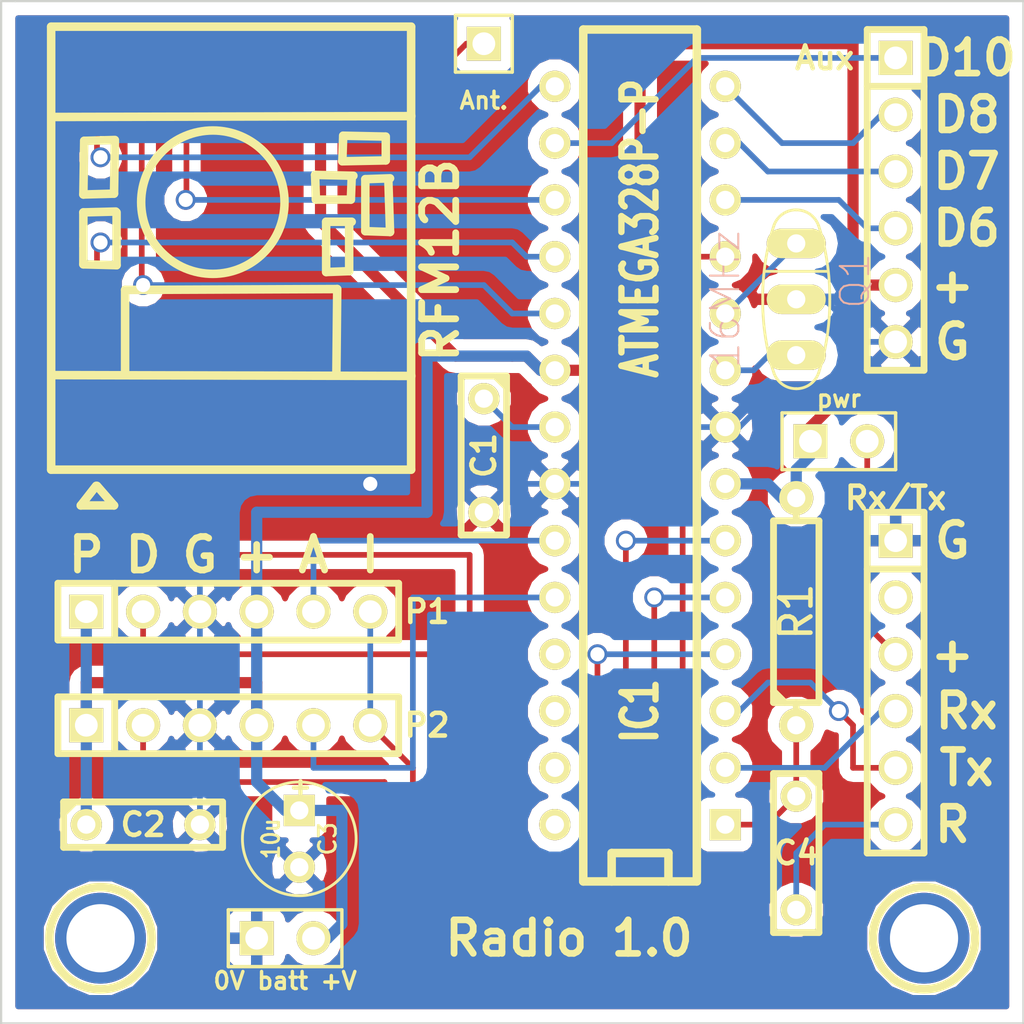
<source format=kicad_pcb>
(kicad_pcb (version 3) (host pcbnew "(2013-jul-07)-stable")

  (general
    (links 49)
    (no_connects 0)
    (area 70.76948 111.6838 116.890001 158.165001)
    (thickness 1.6)
    (drawings 23)
    (tracks 171)
    (zones 0)
    (modules 17)
    (nets 26)
  )

  (page A3)
  (layers
    (15 F.Cu signal)
    (0 B.Cu signal)
    (16 B.Adhes user)
    (17 F.Adhes user)
    (18 B.Paste user)
    (19 F.Paste user)
    (20 B.SilkS user)
    (21 F.SilkS user)
    (22 B.Mask user)
    (23 F.Mask user)
    (24 Dwgs.User user)
    (25 Cmts.User user)
    (26 Eco1.User user)
    (27 Eco2.User user)
    (28 Edge.Cuts user)
  )

  (setup
    (last_trace_width 0.254)
    (trace_clearance 0.254)
    (zone_clearance 0.508)
    (zone_45_only no)
    (trace_min 0.254)
    (segment_width 0.2)
    (edge_width 0.1)
    (via_size 0.889)
    (via_drill 0.635)
    (via_min_size 0.889)
    (via_min_drill 0.508)
    (uvia_size 0.508)
    (uvia_drill 0.127)
    (uvias_allowed no)
    (uvia_min_size 0.508)
    (uvia_min_drill 0.127)
    (pcb_text_width 0.3)
    (pcb_text_size 1.5 1.5)
    (mod_edge_width 0.15)
    (mod_text_size 1 1)
    (mod_text_width 0.15)
    (pad_size 4.064 4.064)
    (pad_drill 3.048)
    (pad_to_mask_clearance 0)
    (aux_axis_origin 0 0)
    (visible_elements 7FFFF7FF)
    (pcbplotparams
      (layerselection 284196865)
      (usegerberextensions true)
      (excludeedgelayer true)
      (linewidth 0.150000)
      (plotframeref false)
      (viasonmask false)
      (mode 1)
      (useauxorigin false)
      (hpglpennumber 1)
      (hpglpenspeed 20)
      (hpglpendiameter 15)
      (hpglpenoverlay 2)
      (psnegative false)
      (psa4output false)
      (plotreference true)
      (plotvalue true)
      (plotothertext true)
      (plotinvisibletext false)
      (padsonsilk false)
      (subtractmaskfromsilk false)
      (outputformat 1)
      (mirror false)
      (drillshape 0)
      (scaleselection 1)
      (outputdirectory ""))
  )

  (net 0 "")
  (net 1 GND)
  (net 2 N-000001)
  (net 3 N-0000010)
  (net 4 N-0000011)
  (net 5 N-0000012)
  (net 6 N-0000013)
  (net 7 N-0000014)
  (net 8 N-0000015)
  (net 9 N-000002)
  (net 10 N-0000020)
  (net 11 N-0000021)
  (net 12 N-0000022)
  (net 13 N-0000024)
  (net 14 N-0000025)
  (net 15 N-0000026)
  (net 16 N-0000027)
  (net 17 N-000003)
  (net 18 N-0000033)
  (net 19 N-0000034)
  (net 20 N-0000035)
  (net 21 N-000004)
  (net 22 N-000005)
  (net 23 N-000006)
  (net 24 N-000008)
  (net 25 VCC)

  (net_class Default "This is the default net class."
    (clearance 0.254)
    (trace_width 0.254)
    (via_dia 0.889)
    (via_drill 0.635)
    (uvia_dia 0.508)
    (uvia_drill 0.127)
    (add_net "")
    (add_net GND)
    (add_net N-000001)
    (add_net N-0000010)
    (add_net N-0000011)
    (add_net N-0000012)
    (add_net N-0000013)
    (add_net N-0000014)
    (add_net N-0000015)
    (add_net N-000002)
    (add_net N-0000020)
    (add_net N-0000021)
    (add_net N-0000022)
    (add_net N-0000024)
    (add_net N-0000025)
    (add_net N-0000026)
    (add_net N-0000027)
    (add_net N-000003)
    (add_net N-0000033)
    (add_net N-0000034)
    (add_net N-0000035)
    (add_net N-000004)
    (add_net N-000005)
    (add_net N-000006)
    (add_net N-000008)
  )

  (net_class power ""
    (clearance 0.254)
    (trace_width 0.5)
    (via_dia 0.889)
    (via_drill 0.635)
    (uvia_dia 0.508)
    (uvia_drill 0.127)
    (add_net VCC)
  )

  (module SMD-RFM12B (layer F.Cu) (tedit 55A574CC) (tstamp 55A3B03D)
    (at 81.407 123.444 270)
    (path /55A38C75)
    (fp_text reference "" (at 0.1524 9.46912 270) (layer F.SilkS)
      (effects (font (size 1.524 1.524) (thickness 0.3048)))
    )
    (fp_text value RFM12B (at 0.5461 -9.35482 270) (layer F.SilkS)
      (effects (font (size 1.524 1.524) (thickness 0.3048)))
    )
    (fp_line (start -1.1811 -5.39242) (end -1.1811 -4.24942) (layer F.SilkS) (width 0.381))
    (fp_line (start -1.1811 -4.24942) (end 1.0668 -4.24942) (layer F.SilkS) (width 0.381))
    (fp_line (start 1.0668 -4.24942) (end 1.0287 -5.27812) (layer F.SilkS) (width 0.381))
    (fp_line (start 1.0287 -5.27812) (end -1.1811 -5.27812) (layer F.SilkS) (width 0.381))
    (fp_line (start -3.1242 -7.10692) (end -3.0861 -6.00202) (layer F.SilkS) (width 0.381))
    (fp_line (start -3.0861 -6.00202) (end -0.762 -6.00202) (layer F.SilkS) (width 0.381))
    (fp_line (start -0.762 -6.00202) (end -0.7239 -7.10692) (layer F.SilkS) (width 0.381))
    (fp_line (start -0.7239 -7.10692) (end -3.048 -7.03072) (layer F.SilkS) (width 0.381))
    (fp_line (start -3.2385 -5.46862) (end -3.2766 -3.75412) (layer F.SilkS) (width 0.381))
    (fp_line (start -3.2766 -3.75412) (end -2.1717 -3.79222) (layer F.SilkS) (width 0.381))
    (fp_line (start -2.1717 -3.79222) (end -2.1717 -5.35432) (layer F.SilkS) (width 0.381))
    (fp_line (start -2.1717 -5.35432) (end -3.1623 -5.39242) (layer F.SilkS) (width 0.381))
    (fp_line (start -3.1623 -5.39242) (end -3.1623 -5.35432) (layer F.SilkS) (width 0.381))
    (fp_line (start -4.9911 -6.87832) (end -5.0292 -5.01142) (layer F.SilkS) (width 0.381))
    (fp_line (start -5.0292 -5.01142) (end -3.8862 -4.97332) (layer F.SilkS) (width 0.381))
    (fp_line (start -3.8862 -4.97332) (end -3.9243 -6.91642) (layer F.SilkS) (width 0.381))
    (fp_line (start -3.9243 -6.91642) (end -4.9911 -6.91642) (layer F.SilkS) (width 0.381))
    (fp_circle (center -2.0574 0.81788) (end 0.2286 3.06578) (layer F.SilkS) (width 0.381))
    (fp_line (start -1.6383 5.16128) (end -1.6002 6.60908) (layer F.SilkS) (width 0.381))
    (fp_line (start -1.6002 6.60908) (end 0.7239 6.60908) (layer F.SilkS) (width 0.381))
    (fp_line (start 0.7239 6.60908) (end 0.762 5.12318) (layer F.SilkS) (width 0.381))
    (fp_line (start 0.762 5.12318) (end -1.6002 5.12318) (layer F.SilkS) (width 0.381))
    (fp_line (start -4.8387 5.19938) (end -4.8006 6.57098) (layer F.SilkS) (width 0.381))
    (fp_line (start -4.8006 6.57098) (end -2.4003 6.60908) (layer F.SilkS) (width 0.381))
    (fp_line (start -2.4003 6.60908) (end -2.4384 5.23748) (layer F.SilkS) (width 0.381))
    (fp_line (start -2.4384 5.23748) (end -4.7625 5.19938) (layer F.SilkS) (width 0.381))
    (fp_line (start 5.6769 -4.70662) (end 1.8288 -4.74472) (layer F.SilkS) (width 0.381))
    (fp_line (start 1.8288 -4.74472) (end 1.8669 4.74218) (layer F.SilkS) (width 0.381))
    (fp_line (start 1.8669 4.74218) (end 5.6769 4.74218) (layer F.SilkS) (width 0.381))
    (fp_line (start 10.6299 5.99948) (end 11.5062 5.23748) (layer F.SilkS) (width 0.381))
    (fp_line (start 11.5062 5.23748) (end 11.5062 6.72338) (layer F.SilkS) (width 0.381))
    (fp_line (start 11.5062 6.72338) (end 10.6299 6.03758) (layer F.SilkS) (width 0.381))
    (fp_line (start 5.715 -8.05942) (end 5.6769 8.01878) (layer F.SilkS) (width 0.381))
    (fp_line (start -5.9055 -8.05942) (end -5.8674 7.98068) (layer F.SilkS) (width 0.381))
    (fp_line (start -9.906 -8.04926) (end 9.906 -8.04926) (layer F.SilkS) (width 0.381))
    (fp_line (start 9.906 -8.04926) (end 9.906 8.04926) (layer F.SilkS) (width 0.381))
    (fp_line (start -9.906 8.04926) (end 9.906 8.04926) (layer F.SilkS) (width 0.381))
    (fp_line (start -9.906 -8.04926) (end -9.906 8.04926) (layer F.SilkS) (width 0.381))
    (pad 1 smd rect (at 7.94766 5.99948 180) (size 1.39954 2.99974)
      (layers F.Cu F.Paste F.Mask)
      (net 15 N-0000026)
    )
    (pad 2 smd rect (at 7.94766 3.99796 180) (size 1.39954 2.99974)
      (layers F.Cu F.Paste F.Mask)
      (net 14 N-0000025)
    )
    (pad 3 smd rect (at 7.94766 1.99898 180) (size 1.39954 2.99974)
      (layers F.Cu F.Paste F.Mask)
    )
    (pad 4 smd rect (at 7.94766 0 180) (size 1.39954 2.99974)
      (layers F.Cu F.Paste F.Mask)
    )
    (pad 5 smd rect (at 7.94766 -1.99898 180) (size 1.39954 2.99974)
      (layers F.Cu F.Paste F.Mask)
    )
    (pad 6 smd rect (at 7.94766 -3.99796 180) (size 1.39954 2.99974)
      (layers F.Cu F.Paste F.Mask)
    )
    (pad 7 smd rect (at 7.94766 -5.99948 180) (size 1.39954 2.99974)
      (layers F.Cu F.Paste F.Mask)
      (net 1 GND)
    )
    (pad 8 smd rect (at -7.94766 -5.99948) (size 1.39954 2.99974)
      (layers F.Cu F.Paste F.Mask)
      (net 13 N-0000024)
    )
    (pad 9 smd rect (at -7.94766 -3.99796) (size 1.39954 2.99974)
      (layers F.Cu F.Paste F.Mask)
      (net 25 VCC)
    )
    (pad 10 smd rect (at -7.94766 -1.99898) (size 1.39954 2.99974)
      (layers F.Cu F.Paste F.Mask)
      (net 1 GND)
    )
    (pad 11 smd rect (at -7.94766 0) (size 1.39954 2.99974)
      (layers F.Cu F.Paste F.Mask)
    )
    (pad 12 smd rect (at -7.94766 1.99898) (size 1.39954 2.99974)
      (layers F.Cu F.Paste F.Mask)
      (net 12 N-0000022)
    )
    (pad 13 smd rect (at -7.94766 3.99796) (size 1.39954 2.99974)
      (layers F.Cu F.Paste F.Mask)
      (net 11 N-0000021)
    )
    (pad 14 smd rect (at -7.94766 5.99948) (size 1.39954 2.99974)
      (layers F.Cu F.Paste F.Mask)
      (net 10 N-0000020)
    )
  )

  (module R4 (layer F.Cu) (tedit 200000) (tstamp 55A525D8)
    (at 106.68 139.7 90)
    (descr "Resitance 4 pas")
    (tags R)
    (path /55A3972A)
    (autoplace_cost180 10)
    (fp_text reference R1 (at 0 0 90) (layer F.SilkS)
      (effects (font (size 1.397 1.27) (thickness 0.2032)))
    )
    (fp_text value 10k (at 0 0 90) (layer F.SilkS) hide
      (effects (font (size 1.397 1.27) (thickness 0.2032)))
    )
    (fp_line (start -5.08 0) (end -4.064 0) (layer F.SilkS) (width 0.3048))
    (fp_line (start -4.064 0) (end -4.064 -1.016) (layer F.SilkS) (width 0.3048))
    (fp_line (start -4.064 -1.016) (end 4.064 -1.016) (layer F.SilkS) (width 0.3048))
    (fp_line (start 4.064 -1.016) (end 4.064 1.016) (layer F.SilkS) (width 0.3048))
    (fp_line (start 4.064 1.016) (end -4.064 1.016) (layer F.SilkS) (width 0.3048))
    (fp_line (start -4.064 1.016) (end -4.064 0) (layer F.SilkS) (width 0.3048))
    (fp_line (start -4.064 -0.508) (end -3.556 -1.016) (layer F.SilkS) (width 0.3048))
    (fp_line (start 5.08 0) (end 4.064 0) (layer F.SilkS) (width 0.3048))
    (pad 1 thru_hole circle (at -5.08 0 90) (size 1.524 1.524) (drill 0.8128)
      (layers *.Cu *.Mask F.SilkS)
      (net 2 N-000001)
    )
    (pad 2 thru_hole circle (at 5.08 0 90) (size 1.524 1.524) (drill 0.8128)
      (layers *.Cu *.Mask F.SilkS)
      (net 25 VCC)
    )
    (model discret/resistor.wrl
      (at (xyz 0 0 0))
      (scale (xyz 0.4 0.4 0.4))
      (rotate (xyz 0 0 0))
    )
  )

  (module DIP-28__300 (layer F.Cu) (tedit 200000) (tstamp 55A3B0B3)
    (at 99.695 132.715 90)
    (descr "28 pins DIL package, round pads, width 300mil")
    (tags DIL)
    (path /55A38B66)
    (fp_text reference IC1 (at -11.43 0 90) (layer F.SilkS)
      (effects (font (size 1.524 1.143) (thickness 0.3048)))
    )
    (fp_text value ATMEGA328P-P (at 10.16 0 90) (layer F.SilkS)
      (effects (font (size 1.524 1.143) (thickness 0.3048)))
    )
    (fp_line (start -19.05 -2.54) (end 19.05 -2.54) (layer F.SilkS) (width 0.381))
    (fp_line (start 19.05 -2.54) (end 19.05 2.54) (layer F.SilkS) (width 0.381))
    (fp_line (start 19.05 2.54) (end -19.05 2.54) (layer F.SilkS) (width 0.381))
    (fp_line (start -19.05 2.54) (end -19.05 -2.54) (layer F.SilkS) (width 0.381))
    (fp_line (start -19.05 -1.27) (end -17.78 -1.27) (layer F.SilkS) (width 0.381))
    (fp_line (start -17.78 -1.27) (end -17.78 1.27) (layer F.SilkS) (width 0.381))
    (fp_line (start -17.78 1.27) (end -19.05 1.27) (layer F.SilkS) (width 0.381))
    (pad 2 thru_hole circle (at -13.97 3.81 90) (size 1.397 1.397) (drill 0.8128)
      (layers *.Cu *.Mask F.SilkS)
      (net 19 N-0000034)
    )
    (pad 3 thru_hole circle (at -11.43 3.81 90) (size 1.397 1.397) (drill 0.8128)
      (layers *.Cu *.Mask F.SilkS)
      (net 16 N-0000027)
    )
    (pad 4 thru_hole circle (at -8.89 3.81 90) (size 1.397 1.397) (drill 0.8128)
      (layers *.Cu *.Mask F.SilkS)
      (net 14 N-0000025)
    )
    (pad 5 thru_hole circle (at -6.35 3.81 90) (size 1.397 1.397) (drill 0.8128)
      (layers *.Cu *.Mask F.SilkS)
      (net 4 N-0000011)
    )
    (pad 6 thru_hole circle (at -3.81 3.81 90) (size 1.397 1.397) (drill 0.8128)
      (layers *.Cu *.Mask F.SilkS)
      (net 22 N-000005)
    )
    (pad 7 thru_hole circle (at -1.27 3.81 90) (size 1.397 1.397) (drill 0.8128)
      (layers *.Cu *.Mask F.SilkS)
      (net 25 VCC)
    )
    (pad 8 thru_hole circle (at 1.27 3.81 90) (size 1.397 1.397) (drill 0.8128)
      (layers *.Cu *.Mask F.SilkS)
      (net 1 GND)
    )
    (pad 9 thru_hole circle (at 3.81 3.81 90) (size 1.397 1.397) (drill 0.8128)
      (layers *.Cu *.Mask F.SilkS)
      (net 17 N-000003)
    )
    (pad 10 thru_hole circle (at 6.35 3.81 90) (size 1.397 1.397) (drill 0.8128)
      (layers *.Cu *.Mask F.SilkS)
      (net 9 N-000002)
    )
    (pad 11 thru_hole circle (at 8.89 3.81 90) (size 1.397 1.397) (drill 0.8128)
      (layers *.Cu *.Mask F.SilkS)
      (net 24 N-000008)
    )
    (pad 12 thru_hole circle (at 11.43 3.81 90) (size 1.397 1.397) (drill 0.8128)
      (layers *.Cu *.Mask F.SilkS)
      (net 8 N-0000015)
    )
    (pad 13 thru_hole circle (at 13.97 3.81 90) (size 1.397 1.397) (drill 0.8128)
      (layers *.Cu *.Mask F.SilkS)
      (net 5 N-0000012)
    )
    (pad 14 thru_hole circle (at 16.51 3.81 90) (size 1.397 1.397) (drill 0.8128)
      (layers *.Cu *.Mask F.SilkS)
      (net 6 N-0000013)
    )
    (pad 1 thru_hole rect (at -16.51 3.81 90) (size 1.397 1.397) (drill 0.8128)
      (layers *.Cu *.Mask F.SilkS)
      (net 2 N-000001)
    )
    (pad 15 thru_hole circle (at 16.51 -3.81 90) (size 1.397 1.397) (drill 0.8128)
      (layers *.Cu *.Mask F.SilkS)
      (net 10 N-0000020)
    )
    (pad 16 thru_hole circle (at 13.97 -3.81 90) (size 1.397 1.397) (drill 0.8128)
      (layers *.Cu *.Mask F.SilkS)
      (net 7 N-0000014)
    )
    (pad 17 thru_hole circle (at 11.43 -3.81 90) (size 1.397 1.397) (drill 0.8128)
      (layers *.Cu *.Mask F.SilkS)
      (net 12 N-0000022)
    )
    (pad 18 thru_hole circle (at 8.89 -3.81 90) (size 1.397 1.397) (drill 0.8128)
      (layers *.Cu *.Mask F.SilkS)
      (net 15 N-0000026)
    )
    (pad 19 thru_hole circle (at 6.35 -3.81 90) (size 1.397 1.397) (drill 0.8128)
      (layers *.Cu *.Mask F.SilkS)
      (net 11 N-0000021)
    )
    (pad 20 thru_hole circle (at 3.81 -3.81 90) (size 1.397 1.397) (drill 0.8128)
      (layers *.Cu *.Mask F.SilkS)
      (net 25 VCC)
    )
    (pad 21 thru_hole circle (at 1.27 -3.81 90) (size 1.397 1.397) (drill 0.8128)
      (layers *.Cu *.Mask F.SilkS)
      (net 20 N-0000035)
    )
    (pad 22 thru_hole circle (at -1.27 -3.81 90) (size 1.397 1.397) (drill 0.8128)
      (layers *.Cu *.Mask F.SilkS)
      (net 1 GND)
    )
    (pad 23 thru_hole circle (at -3.81 -3.81 90) (size 1.397 1.397) (drill 0.8128)
      (layers *.Cu *.Mask F.SilkS)
      (net 23 N-000006)
    )
    (pad 24 thru_hole circle (at -6.35 -3.81 90) (size 1.397 1.397) (drill 0.8128)
      (layers *.Cu *.Mask F.SilkS)
      (net 21 N-000004)
    )
    (pad 25 thru_hole circle (at -8.89 -3.81 90) (size 1.397 1.397) (drill 0.8128)
      (layers *.Cu *.Mask F.SilkS)
    )
    (pad 26 thru_hole circle (at -11.43 -3.81 90) (size 1.397 1.397) (drill 0.8128)
      (layers *.Cu *.Mask F.SilkS)
    )
    (pad 27 thru_hole circle (at -13.97 -3.81 90) (size 1.397 1.397) (drill 0.8128)
      (layers *.Cu *.Mask F.SilkS)
    )
    (pad 28 thru_hole circle (at -16.51 -3.81 90) (size 1.397 1.397) (drill 0.8128)
      (layers *.Cu *.Mask F.SilkS)
    )
    (model dil/dil_28-w300.wrl
      (at (xyz 0 0 0))
      (scale (xyz 1 1 1))
      (rotate (xyz 0 0 0))
    )
  )

  (module C2 (layer F.Cu) (tedit 200000) (tstamp 55A3B9D8)
    (at 92.71 132.715 270)
    (descr "Condensateur = 2 pas")
    (tags C)
    (path /55A39B50)
    (fp_text reference C1 (at 0 0 270) (layer F.SilkS)
      (effects (font (size 1.016 1.016) (thickness 0.2032)))
    )
    (fp_text value C (at 0 0 270) (layer F.SilkS) hide
      (effects (font (size 1.016 1.016) (thickness 0.2032)))
    )
    (fp_line (start -3.556 -1.016) (end 3.556 -1.016) (layer F.SilkS) (width 0.3048))
    (fp_line (start 3.556 -1.016) (end 3.556 1.016) (layer F.SilkS) (width 0.3048))
    (fp_line (start 3.556 1.016) (end -3.556 1.016) (layer F.SilkS) (width 0.3048))
    (fp_line (start -3.556 1.016) (end -3.556 -1.016) (layer F.SilkS) (width 0.3048))
    (fp_line (start -3.556 -0.508) (end -3.048 -1.016) (layer F.SilkS) (width 0.3048))
    (pad 1 thru_hole circle (at -2.54 0 270) (size 1.397 1.397) (drill 0.8128)
      (layers *.Cu *.Mask F.SilkS)
      (net 20 N-0000035)
    )
    (pad 2 thru_hole circle (at 2.54 0 270) (size 1.397 1.397) (drill 0.8128)
      (layers *.Cu *.Mask F.SilkS)
      (net 1 GND)
    )
    (model discret/capa_2pas_5x5mm.wrl
      (at (xyz 0 0 0))
      (scale (xyz 1 1 1))
      (rotate (xyz 0 0 0))
    )
  )

  (module C2 (layer F.Cu) (tedit 200000) (tstamp 55A3B0C9)
    (at 77.47 149.225)
    (descr "Condensateur = 2 pas")
    (tags C)
    (path /55A39C8D)
    (fp_text reference C2 (at 0 0) (layer F.SilkS)
      (effects (font (size 1.016 1.016) (thickness 0.2032)))
    )
    (fp_text value 0.1u (at 0 0) (layer F.SilkS) hide
      (effects (font (size 1.016 1.016) (thickness 0.2032)))
    )
    (fp_line (start -3.556 -1.016) (end 3.556 -1.016) (layer F.SilkS) (width 0.3048))
    (fp_line (start 3.556 -1.016) (end 3.556 1.016) (layer F.SilkS) (width 0.3048))
    (fp_line (start 3.556 1.016) (end -3.556 1.016) (layer F.SilkS) (width 0.3048))
    (fp_line (start -3.556 1.016) (end -3.556 -1.016) (layer F.SilkS) (width 0.3048))
    (fp_line (start -3.556 -0.508) (end -3.048 -1.016) (layer F.SilkS) (width 0.3048))
    (pad 1 thru_hole circle (at -2.54 0) (size 1.397 1.397) (drill 0.8128)
      (layers *.Cu *.Mask F.SilkS)
      (net 25 VCC)
    )
    (pad 2 thru_hole circle (at 2.54 0) (size 1.397 1.397) (drill 0.8128)
      (layers *.Cu *.Mask F.SilkS)
      (net 1 GND)
    )
    (model discret/capa_2pas_5x5mm.wrl
      (at (xyz 0 0 0))
      (scale (xyz 1 1 1))
      (rotate (xyz 0 0 0))
    )
  )

  (module C2 (layer F.Cu) (tedit 55A3B413) (tstamp 55A3B0D4)
    (at 106.68 150.495 270)
    (descr "Condensateur = 2 pas")
    (tags C)
    (path /55A3A2D9)
    (fp_text reference C4 (at 0 0 360) (layer F.SilkS)
      (effects (font (size 1.016 1.016) (thickness 0.2032)))
    )
    (fp_text value 0.1u (at 0 0 270) (layer F.SilkS) hide
      (effects (font (size 1.016 1.016) (thickness 0.2032)))
    )
    (fp_line (start -3.556 -1.016) (end 3.556 -1.016) (layer F.SilkS) (width 0.3048))
    (fp_line (start 3.556 -1.016) (end 3.556 1.016) (layer F.SilkS) (width 0.3048))
    (fp_line (start 3.556 1.016) (end -3.556 1.016) (layer F.SilkS) (width 0.3048))
    (fp_line (start -3.556 1.016) (end -3.556 -1.016) (layer F.SilkS) (width 0.3048))
    (fp_line (start -3.556 -0.508) (end -3.048 -1.016) (layer F.SilkS) (width 0.3048))
    (pad 1 thru_hole circle (at -2.54 0 270) (size 1.397 1.397) (drill 0.8128)
      (layers *.Cu *.Mask F.SilkS)
      (net 2 N-000001)
    )
    (pad 2 thru_hole circle (at 2.54 0 270) (size 1.397 1.397) (drill 0.8128)
      (layers *.Cu *.Mask F.SilkS)
      (net 18 N-0000033)
    )
    (model discret/capa_2pas_5x5mm.wrl
      (at (xyz 0 0 0))
      (scale (xyz 1 1 1))
      (rotate (xyz 0 0 0))
    )
  )

  (module C1V5 (layer F.Cu) (tedit 3E070CF4) (tstamp 55A3B0DC)
    (at 84.455 149.86 270)
    (descr "Condensateur e = 1 pas")
    (tags C)
    (path /55A39E99)
    (fp_text reference C3 (at 0 -1.26746 270) (layer F.SilkS)
      (effects (font (size 0.762 0.762) (thickness 0.127)))
    )
    (fp_text value 10u (at 0 1.27 270) (layer F.SilkS)
      (effects (font (size 0.762 0.635) (thickness 0.127)))
    )
    (fp_text user + (at -2.286 0 270) (layer F.SilkS)
      (effects (font (size 0.762 0.762) (thickness 0.2032)))
    )
    (fp_circle (center 0 0) (end 0.127 -2.54) (layer F.SilkS) (width 0.127))
    (pad 1 thru_hole rect (at -1.27 0 270) (size 1.397 1.397) (drill 0.8128)
      (layers *.Cu *.Mask F.SilkS)
      (net 25 VCC)
    )
    (pad 2 thru_hole circle (at 1.27 0 270) (size 1.397 1.397) (drill 0.8128)
      (layers *.Cu *.Mask F.SilkS)
      (net 1 GND)
    )
    (model discret/c_vert_c1v5.wrl
      (at (xyz 0 0 0))
      (scale (xyz 1 1 1))
      (rotate (xyz 0 0 0))
    )
  )

  (module murata-resonators-CSTLS_G8 (layer F.Cu) (tedit 556B650C) (tstamp 55A3B982)
    (at 106.68 125.73 270)
    (descr "CSTGL_S 8X3 MM, GRID 2.5 MM")
    (tags "CSTGL_S 8X3 MM, GRID 2.5 MM")
    (path /55A3980B)
    (attr virtual)
    (fp_text reference Q1 (at -0.82296 -2.63398 270) (layer B.SilkS)
      (effects (font (size 1.27 1.27) (thickness 0.0889)))
    )
    (fp_text value 16MHz (at 0 3.175 270) (layer B.SilkS)
      (effects (font (size 1.27 1.27) (thickness 0.0889)))
    )
    (fp_line (start -1.24968 -1.39954) (end -1.24968 1.39954) (layer F.SilkS) (width 0.127))
    (fp_arc (start 0.09652 8.99922) (end 0 -1.4986) (angle 18.2) (layer F.SilkS) (width 0.127))
    (fp_arc (start 2.94894 -0.00762) (end 3.29946 -0.99822) (angle 71) (layer F.SilkS) (width 0.127))
    (fp_arc (start -0.09652 8.99922) (end -3.29946 -0.99822) (angle 18.2) (layer F.SilkS) (width 0.127))
    (fp_arc (start 0.09652 -8.99922) (end 3.29946 0.99822) (angle 18.2) (layer F.SilkS) (width 0.127))
    (fp_arc (start -0.09652 -8.99922) (end 0 1.4986) (angle 18.2) (layer F.SilkS) (width 0.127))
    (fp_arc (start 2.94894 0.00762) (end 3.99796 0) (angle 71) (layer F.SilkS) (width 0.127))
    (fp_arc (start -2.94894 -0.00762) (end -3.99796 0) (angle 71) (layer F.SilkS) (width 0.127))
    (fp_arc (start -2.94894 0.00762) (end -3.29946 0.99822) (angle 71) (layer F.SilkS) (width 0.127))
    (pad 1 thru_hole oval (at -2.49936 0 270) (size 1.3208 2.6416) (drill 0.8128)
      (layers *.Cu *.Mask F.Paste F.SilkS)
      (net 9 N-000002)
    )
    (pad 2 thru_hole oval (at 0 0 270) (size 1.3208 2.6416) (drill 0.8128)
      (layers *.Cu *.Mask F.Paste F.SilkS)
      (net 1 GND)
    )
    (pad 3 thru_hole oval (at 2.49936 0 270) (size 1.3208 2.6416) (drill 0.8128)
      (layers *.Cu *.Mask F.Paste F.SilkS)
      (net 17 N-000003)
    )
  )

  (module PIN_ARRAY-6X1 (layer F.Cu) (tedit 55A574A7) (tstamp 55A3CBA1)
    (at 111.125 121.285 270)
    (descr "Connecteur 6 pins")
    (tags "CONN DEV")
    (path /55A3BFD5)
    (fp_text reference Aux (at -6.35 3.175 360) (layer F.SilkS)
      (effects (font (size 1.016 1.016) (thickness 0.2032)))
    )
    (fp_text value CONN_6 (at 0 2.159 270) (layer F.SilkS) hide
      (effects (font (size 1.016 0.889) (thickness 0.2032)))
    )
    (fp_line (start -7.62 1.27) (end -7.62 -1.27) (layer F.SilkS) (width 0.3048))
    (fp_line (start -7.62 -1.27) (end 7.62 -1.27) (layer F.SilkS) (width 0.3048))
    (fp_line (start 7.62 -1.27) (end 7.62 1.27) (layer F.SilkS) (width 0.3048))
    (fp_line (start 7.62 1.27) (end -7.62 1.27) (layer F.SilkS) (width 0.3048))
    (fp_line (start -5.08 1.27) (end -5.08 -1.27) (layer F.SilkS) (width 0.3048))
    (pad 1 thru_hole rect (at -6.35 0 270) (size 1.524 1.524) (drill 1.016)
      (layers *.Cu *.Mask F.SilkS)
      (net 7 N-0000014)
    )
    (pad 2 thru_hole circle (at -3.81 0 270) (size 1.524 1.524) (drill 1.016)
      (layers *.Cu *.Mask F.SilkS)
      (net 6 N-0000013)
    )
    (pad 3 thru_hole circle (at -1.27 0 270) (size 1.524 1.524) (drill 1.016)
      (layers *.Cu *.Mask F.SilkS)
      (net 5 N-0000012)
    )
    (pad 4 thru_hole circle (at 1.27 0 270) (size 1.524 1.524) (drill 1.016)
      (layers *.Cu *.Mask F.SilkS)
      (net 8 N-0000015)
    )
    (pad 5 thru_hole circle (at 3.81 0 270) (size 1.524 1.524) (drill 1.016)
      (layers *.Cu *.Mask F.SilkS)
      (net 25 VCC)
    )
    (pad 6 thru_hole circle (at 6.35 0 270) (size 1.524 1.524) (drill 1.016)
      (layers *.Cu *.Mask F.SilkS)
      (net 1 GND)
    )
    (model pin_array/pins_array_6x1.wrl
      (at (xyz 0 0 0))
      (scale (xyz 1 1 1))
      (rotate (xyz 0 0 0))
    )
  )

  (module PIN_ARRAY-6X1 (layer F.Cu) (tedit 55A574B1) (tstamp 55A3CC78)
    (at 111.125 142.875 270)
    (descr "Connecteur 6 pins")
    (tags "CONN DEV")
    (path /55A3A06F)
    (fp_text reference Rx/Tx (at -8.255 0 360) (layer F.SilkS)
      (effects (font (size 1.016 1.016) (thickness 0.2032)))
    )
    (fp_text value CONN_6 (at 0 2.159 270) (layer F.SilkS) hide
      (effects (font (size 1.016 0.889) (thickness 0.2032)))
    )
    (fp_line (start -7.62 1.27) (end -7.62 -1.27) (layer F.SilkS) (width 0.3048))
    (fp_line (start -7.62 -1.27) (end 7.62 -1.27) (layer F.SilkS) (width 0.3048))
    (fp_line (start 7.62 -1.27) (end 7.62 1.27) (layer F.SilkS) (width 0.3048))
    (fp_line (start 7.62 1.27) (end -7.62 1.27) (layer F.SilkS) (width 0.3048))
    (fp_line (start -5.08 1.27) (end -5.08 -1.27) (layer F.SilkS) (width 0.3048))
    (pad 1 thru_hole rect (at -6.35 0 270) (size 1.524 1.524) (drill 1.016)
      (layers *.Cu *.Mask F.SilkS)
      (net 1 GND)
    )
    (pad 2 thru_hole circle (at -3.81 0 270) (size 1.524 1.524) (drill 1.016)
      (layers *.Cu *.Mask F.SilkS)
    )
    (pad 3 thru_hole circle (at -1.27 0 270) (size 1.524 1.524) (drill 1.016)
      (layers *.Cu *.Mask F.SilkS)
      (net 3 N-0000010)
    )
    (pad 4 thru_hole circle (at 1.27 0 270) (size 1.524 1.524) (drill 1.016)
      (layers *.Cu *.Mask F.SilkS)
      (net 19 N-0000034)
    )
    (pad 5 thru_hole circle (at 3.81 0 270) (size 1.524 1.524) (drill 1.016)
      (layers *.Cu *.Mask F.SilkS)
      (net 16 N-0000027)
    )
    (pad 6 thru_hole circle (at 6.35 0 270) (size 1.524 1.524) (drill 1.016)
      (layers *.Cu *.Mask F.SilkS)
      (net 18 N-0000033)
    )
    (model pin_array/pins_array_6x1.wrl
      (at (xyz 0 0 0))
      (scale (xyz 1 1 1))
      (rotate (xyz 0 0 0))
    )
  )

  (module PIN_ARRAY-6X1 (layer F.Cu) (tedit 55A61F18) (tstamp 55A3CCF9)
    (at 81.28 139.7)
    (descr "Connecteur 6 pins")
    (tags "CONN DEV")
    (path /55A3A7C3)
    (fp_text reference P1 (at 8.89 0) (layer F.SilkS)
      (effects (font (size 1.016 1.016) (thickness 0.2032)))
    )
    (fp_text value CONN_6 (at 0 2.159) (layer F.SilkS) hide
      (effects (font (size 1.016 0.889) (thickness 0.2032)))
    )
    (fp_line (start -7.62 1.27) (end -7.62 -1.27) (layer F.SilkS) (width 0.3048))
    (fp_line (start -7.62 -1.27) (end 7.62 -1.27) (layer F.SilkS) (width 0.3048))
    (fp_line (start 7.62 -1.27) (end 7.62 1.27) (layer F.SilkS) (width 0.3048))
    (fp_line (start 7.62 1.27) (end -7.62 1.27) (layer F.SilkS) (width 0.3048))
    (fp_line (start -5.08 1.27) (end -5.08 -1.27) (layer F.SilkS) (width 0.3048))
    (pad 1 thru_hole rect (at -6.35 0) (size 1.524 1.524) (drill 1.016)
      (layers *.Cu *.Mask F.SilkS)
      (net 25 VCC)
    )
    (pad 2 thru_hole circle (at -3.81 0) (size 1.524 1.524) (drill 1.016)
      (layers *.Cu *.Mask F.SilkS)
      (net 22 N-000005)
    )
    (pad 3 thru_hole circle (at -1.27 0) (size 1.524 1.524) (drill 1.016)
      (layers *.Cu *.Mask F.SilkS)
      (net 1 GND)
    )
    (pad 4 thru_hole circle (at 1.27 0) (size 1.524 1.524) (drill 1.016)
      (layers *.Cu *.Mask F.SilkS)
      (net 25 VCC)
    )
    (pad 5 thru_hole circle (at 3.81 0) (size 1.524 1.524) (drill 1.016)
      (layers *.Cu *.Mask F.SilkS)
      (net 23 N-000006)
    )
    (pad 6 thru_hole circle (at 6.35 0) (size 1.524 1.524) (drill 1.016)
      (layers *.Cu *.Mask F.SilkS)
      (net 4 N-0000011)
    )
    (model pin_array/pins_array_6x1.wrl
      (at (xyz 0 0 0))
      (scale (xyz 1 1 1))
      (rotate (xyz 0 0 0))
    )
  )

  (module PIN_ARRAY-6X1 (layer F.Cu) (tedit 55A61F1B) (tstamp 55A3CD2C)
    (at 81.28 144.78)
    (descr "Connecteur 6 pins")
    (tags "CONN DEV")
    (path /55A3A7D2)
    (fp_text reference P2 (at 8.89 0) (layer F.SilkS)
      (effects (font (size 1.016 1.016) (thickness 0.2032)))
    )
    (fp_text value CONN_6 (at 0 2.159) (layer F.SilkS) hide
      (effects (font (size 1.016 0.889) (thickness 0.2032)))
    )
    (fp_line (start -7.62 1.27) (end -7.62 -1.27) (layer F.SilkS) (width 0.3048))
    (fp_line (start -7.62 -1.27) (end 7.62 -1.27) (layer F.SilkS) (width 0.3048))
    (fp_line (start 7.62 -1.27) (end 7.62 1.27) (layer F.SilkS) (width 0.3048))
    (fp_line (start 7.62 1.27) (end -7.62 1.27) (layer F.SilkS) (width 0.3048))
    (fp_line (start -5.08 1.27) (end -5.08 -1.27) (layer F.SilkS) (width 0.3048))
    (pad 1 thru_hole rect (at -6.35 0) (size 1.524 1.524) (drill 1.016)
      (layers *.Cu *.Mask F.SilkS)
      (net 25 VCC)
    )
    (pad 2 thru_hole circle (at -3.81 0) (size 1.524 1.524) (drill 1.016)
      (layers *.Cu *.Mask F.SilkS)
      (net 24 N-000008)
    )
    (pad 3 thru_hole circle (at -1.27 0) (size 1.524 1.524) (drill 1.016)
      (layers *.Cu *.Mask F.SilkS)
      (net 1 GND)
    )
    (pad 4 thru_hole circle (at 1.27 0) (size 1.524 1.524) (drill 1.016)
      (layers *.Cu *.Mask F.SilkS)
      (net 25 VCC)
    )
    (pad 5 thru_hole circle (at 3.81 0) (size 1.524 1.524) (drill 1.016)
      (layers *.Cu *.Mask F.SilkS)
      (net 21 N-000004)
    )
    (pad 6 thru_hole circle (at 6.35 0) (size 1.524 1.524) (drill 1.016)
      (layers *.Cu *.Mask F.SilkS)
      (net 4 N-0000011)
    )
    (model pin_array/pins_array_6x1.wrl
      (at (xyz 0 0 0))
      (scale (xyz 1 1 1))
      (rotate (xyz 0 0 0))
    )
  )

  (module PIN_ARRAY_2X1 (layer F.Cu) (tedit 55A573CA) (tstamp 55A3CD72)
    (at 108.585 132.08)
    (descr "Connecteurs 2 pins")
    (tags "CONN DEV")
    (path /55A3A448)
    (fp_text reference pwr (at 0 -1.905) (layer F.SilkS)
      (effects (font (size 0.762 0.762) (thickness 0.1524)))
    )
    (fp_text value CONN_2 (at 0 -1.905) (layer F.SilkS) hide
      (effects (font (size 0.762 0.762) (thickness 0.1524)))
    )
    (fp_line (start -2.54 1.27) (end -2.54 -1.27) (layer F.SilkS) (width 0.1524))
    (fp_line (start -2.54 -1.27) (end 2.54 -1.27) (layer F.SilkS) (width 0.1524))
    (fp_line (start 2.54 -1.27) (end 2.54 1.27) (layer F.SilkS) (width 0.1524))
    (fp_line (start 2.54 1.27) (end -2.54 1.27) (layer F.SilkS) (width 0.1524))
    (pad 1 thru_hole rect (at -1.27 0) (size 1.524 1.524) (drill 1.016)
      (layers *.Cu *.Mask F.SilkS)
      (net 25 VCC)
    )
    (pad 2 thru_hole circle (at 1.27 0) (size 1.524 1.524) (drill 1.016)
      (layers *.Cu *.Mask F.SilkS)
      (net 3 N-0000010)
    )
    (model pin_array/pins_array_2x1.wrl
      (at (xyz 0 0 0))
      (scale (xyz 1 1 1))
      (rotate (xyz 0 0 0))
    )
  )

  (module PIN_ARRAY_1 (layer F.Cu) (tedit 55A57746) (tstamp 55A3CE02)
    (at 92.71 114.3)
    (descr "1 pin")
    (tags "CONN DEV")
    (path /55A39992)
    (fp_text reference Ant. (at 0 2.54) (layer F.SilkS)
      (effects (font (size 0.762 0.762) (thickness 0.1524)))
    )
    (fp_text value CONN_1 (at 0 -1.905) (layer F.SilkS) hide
      (effects (font (size 0.762 0.762) (thickness 0.1524)))
    )
    (fp_line (start 1.27 1.27) (end -1.27 1.27) (layer F.SilkS) (width 0.1524))
    (fp_line (start -1.27 -1.27) (end 1.27 -1.27) (layer F.SilkS) (width 0.1524))
    (fp_line (start -1.27 1.27) (end -1.27 -1.27) (layer F.SilkS) (width 0.1524))
    (fp_line (start 1.27 -1.27) (end 1.27 1.27) (layer F.SilkS) (width 0.1524))
    (pad 1 thru_hole rect (at 0 0) (size 1.524 1.524) (drill 1.016)
      (layers *.Cu *.Mask F.SilkS)
      (net 13 N-0000024)
    )
    (model pin_array\pin_1.wrl
      (at (xyz 0 0 0))
      (scale (xyz 1 1 1))
      (rotate (xyz 0 0 0))
    )
  )

  (module 1pin (layer F.Cu) (tedit 55A572DE) (tstamp 55A5BCA2)
    (at 75.565 154.305)
    (descr "module 1 pin (ou trou mecanique de percage)")
    (tags DEV)
    (path 1pin)
    (fp_text reference "" (at 0 -3.048) (layer F.SilkS)
      (effects (font (size 1.016 1.016) (thickness 0.254)))
    )
    (fp_text value P*** (at 0 2.794) (layer F.SilkS) hide
      (effects (font (size 1.016 1.016) (thickness 0.254)))
    )
    (fp_circle (center 0 0) (end 0 -2.286) (layer F.SilkS) (width 0.381))
    (pad "" thru_hole circle (at 0 0) (size 4.064 4.064) (drill 3.048)
      (layers *.Cu *.Mask)
    )
  )

  (module 1pin (layer F.Cu) (tedit 55A572E2) (tstamp 55A5BCB4)
    (at 112.395 154.305)
    (descr "module 1 pin (ou trou mecanique de percage)")
    (tags DEV)
    (path 1pin)
    (fp_text reference "" (at 0 -3.048) (layer F.SilkS)
      (effects (font (size 1.016 1.016) (thickness 0.254)))
    )
    (fp_text value P*** (at 0 2.794) (layer F.SilkS) hide
      (effects (font (size 1.016 1.016) (thickness 0.254)))
    )
    (fp_circle (center 0 0) (end 0 -2.286) (layer F.SilkS) (width 0.381))
    (pad "" thru_hole circle (at 0 0) (size 4.064 4.064) (drill 3.048)
      (layers *.Cu *.Mask)
    )
  )

  (module PIN_ARRAY_2X1 (layer F.Cu) (tedit 55A5743D) (tstamp 55A5731F)
    (at 83.82 154.305)
    (descr "Connecteurs 2 pins")
    (tags "CONN DEV")
    (path /55A57212)
    (fp_text reference "0V batt +V" (at 0 1.905) (layer F.SilkS)
      (effects (font (size 0.762 0.762) (thickness 0.1524)))
    )
    (fp_text value battery (at 0 -1.905) (layer F.SilkS) hide
      (effects (font (size 0.762 0.762) (thickness 0.1524)))
    )
    (fp_line (start -2.54 1.27) (end -2.54 -1.27) (layer F.SilkS) (width 0.1524))
    (fp_line (start -2.54 -1.27) (end 2.54 -1.27) (layer F.SilkS) (width 0.1524))
    (fp_line (start 2.54 -1.27) (end 2.54 1.27) (layer F.SilkS) (width 0.1524))
    (fp_line (start 2.54 1.27) (end -2.54 1.27) (layer F.SilkS) (width 0.1524))
    (pad 1 thru_hole rect (at -1.27 0) (size 1.524 1.524) (drill 1.016)
      (layers *.Cu *.Mask F.SilkS)
      (net 1 GND)
    )
    (pad 2 thru_hole circle (at 1.27 0) (size 1.524 1.524) (drill 1.016)
      (layers *.Cu *.Mask F.SilkS)
      (net 25 VCC)
    )
    (model pin_array/pins_array_2x1.wrl
      (at (xyz 0 0 0))
      (scale (xyz 1 1 1))
      (rotate (xyz 0 0 0))
    )
  )

  (gr_text Tx (at 114.3 146.685) (layer F.SilkS)
    (effects (font (size 1.5 1.5) (thickness 0.3)))
  )
  (gr_text Rx (at 114.3 144.145) (layer F.SilkS)
    (effects (font (size 1.5 1.5) (thickness 0.3)))
  )
  (gr_text + (at 113.665 141.605) (layer F.SilkS)
    (effects (font (size 1.5 1.5) (thickness 0.3)))
  )
  (gr_text G (at 113.665 136.525) (layer F.SilkS)
    (effects (font (size 1.5 1.5) (thickness 0.3)))
  )
  (gr_text R (at 113.665 149.225) (layer F.SilkS)
    (effects (font (size 1.5 1.5) (thickness 0.3)))
  )
  (gr_text "Radio 1.0" (at 96.52 154.305) (layer F.SilkS)
    (effects (font (size 1.5 1.5) (thickness 0.3)))
  )
  (gr_text D10 (at 114.3 114.935) (layer F.SilkS)
    (effects (font (size 1.5 1.5) (thickness 0.3)))
  )
  (gr_text D8 (at 114.3 117.475) (layer F.SilkS)
    (effects (font (size 1.5 1.5) (thickness 0.3)))
  )
  (gr_text D7 (at 114.3 120.015) (layer F.SilkS)
    (effects (font (size 1.5 1.5) (thickness 0.3)))
  )
  (gr_text D6 (at 114.3 122.555) (layer F.SilkS)
    (effects (font (size 1.5 1.5) (thickness 0.3)))
  )
  (gr_text + (at 113.665 125.095) (layer F.SilkS)
    (effects (font (size 1.5 1.5) (thickness 0.3)))
  )
  (gr_text G (at 113.665 127.635) (layer F.SilkS)
    (effects (font (size 1.5 1.5) (thickness 0.3)))
  )
  (gr_text I (at 87.63 137.16) (layer F.SilkS)
    (effects (font (size 1.5 1.5) (thickness 0.3)))
  )
  (gr_text A (at 85.09 137.16) (layer F.SilkS)
    (effects (font (size 1.5 1.5) (thickness 0.3)))
  )
  (gr_text + (at 82.55 137.16) (layer F.SilkS)
    (effects (font (size 1.5 1.5) (thickness 0.3)))
  )
  (gr_text G (at 80.01 137.16) (layer F.SilkS)
    (effects (font (size 1.5 1.5) (thickness 0.3)))
  )
  (gr_text D (at 77.47 137.16) (layer F.SilkS)
    (effects (font (size 1.5 1.5) (thickness 0.3)))
  )
  (gr_text P (at 74.93 137.16) (layer F.SilkS)
    (effects (font (size 1.5 1.5) (thickness 0.3)))
  )
  (gr_line (start 71.12 112.395) (end 71.755 112.395) (angle 90) (layer Edge.Cuts) (width 0.1))
  (gr_line (start 71.12 158.115) (end 71.12 112.395) (angle 90) (layer Edge.Cuts) (width 0.1))
  (gr_line (start 116.84 158.115) (end 71.12 158.115) (angle 90) (layer Edge.Cuts) (width 0.1))
  (gr_line (start 116.84 112.395) (end 116.84 158.115) (angle 90) (layer Edge.Cuts) (width 0.1))
  (gr_line (start 71.755 112.395) (end 116.84 112.395) (angle 90) (layer Edge.Cuts) (width 0.1))

  (segment (start 80.01 139.7) (end 80.01 144.78) (width 0.254) (layer B.Cu) (net 1))
  (segment (start 92.71 135.255) (end 93.98 133.985) (width 0.254) (layer B.Cu) (net 1))
  (segment (start 93.98 133.985) (end 95.885 133.985) (width 0.254) (layer B.Cu) (net 1) (tstamp 55A61C0A))
  (segment (start 82.55 151.765) (end 83.82 151.765) (width 0.254) (layer B.Cu) (net 1))
  (segment (start 83.82 151.765) (end 84.455 151.13) (width 0.254) (layer B.Cu) (net 1) (tstamp 55A57D81))
  (segment (start 80.01 149.225) (end 82.55 151.765) (width 0.254) (layer B.Cu) (net 1))
  (segment (start 82.55 151.765) (end 82.55 154.305) (width 0.254) (layer B.Cu) (net 1) (tstamp 55A57D7C))
  (segment (start 109.22 129.54) (end 111.76 129.54) (width 0.254) (layer B.Cu) (net 1))
  (segment (start 111.125 133.985) (end 111.125 136.525) (width 0.254) (layer B.Cu) (net 1) (tstamp 55A54BD1))
  (segment (start 111.76 133.35) (end 111.125 133.985) (width 0.254) (layer B.Cu) (net 1) (tstamp 55A54BD0))
  (segment (start 111.76 129.54) (end 111.76 133.35) (width 0.254) (layer B.Cu) (net 1) (tstamp 55A54BCD))
  (segment (start 109.22 127.635) (end 111.125 127.635) (width 0.254) (layer B.Cu) (net 1))
  (segment (start 106.68 125.73) (end 107.95 125.73) (width 0.254) (layer B.Cu) (net 1))
  (segment (start 109.22 127) (end 109.22 127.635) (width 0.254) (layer B.Cu) (net 1) (tstamp 55A54A82))
  (segment (start 107.95 125.73) (end 109.22 127) (width 0.254) (layer B.Cu) (net 1) (tstamp 55A54A80))
  (segment (start 103.505 131.445) (end 104.14 131.445) (width 0.254) (layer B.Cu) (net 1))
  (segment (start 106.045 129.54) (end 109.22 129.54) (width 0.254) (layer B.Cu) (net 1) (tstamp 55A54970))
  (segment (start 104.14 131.445) (end 106.045 129.54) (width 0.254) (layer B.Cu) (net 1) (tstamp 55A5496B))
  (segment (start 95.885 133.985) (end 98.425 133.985) (width 0.254) (layer B.Cu) (net 1))
  (segment (start 100.965 131.445) (end 103.505 131.445) (width 0.254) (layer B.Cu) (net 1) (tstamp 55A5494C))
  (segment (start 98.425 133.985) (end 100.965 131.445) (width 0.254) (layer B.Cu) (net 1) (tstamp 55A5494A))
  (segment (start 87.40648 131.39166) (end 87.40648 128.49352) (width 0.254) (layer F.Cu) (net 1))
  (segment (start 83.37296 115.52936) (end 83.40598 115.49634) (width 0.254) (layer F.Cu) (net 1) (tstamp 55A54909))
  (segment (start 83.37296 124.46) (end 83.37296 115.52936) (width 0.254) (layer F.Cu) (net 1) (tstamp 55A54908))
  (segment (start 87.40648 128.49352) (end 83.37296 124.46) (width 0.254) (layer F.Cu) (net 1) (tstamp 55A54907))
  (segment (start 80.01 144.78) (end 80.01 149.225) (width 0.254) (layer B.Cu) (net 1))
  (segment (start 87.40648 131.39166) (end 87.40648 133.76148) (width 0.254) (layer F.Cu) (net 1))
  (segment (start 80.01 133.985) (end 80.01 139.7) (width 0.254) (layer B.Cu) (net 1) (tstamp 55A3FAB3))
  (segment (start 87.63 133.985) (end 80.01 133.985) (width 0.254) (layer B.Cu) (net 1) (tstamp 55A3FAB2))
  (via (at 87.63 133.985) (size 0.889) (layers F.Cu B.Cu) (net 1))
  (segment (start 87.40648 133.76148) (end 87.63 133.985) (width 0.254) (layer F.Cu) (net 1) (tstamp 55A3FAB0))
  (segment (start 106.68 147.955) (end 105.41 149.225) (width 0.254) (layer F.Cu) (net 2))
  (segment (start 105.41 149.225) (end 103.505 149.225) (width 0.254) (layer F.Cu) (net 2) (tstamp 55A5BD36))
  (segment (start 106.68 144.78) (end 106.68 147.955) (width 0.254) (layer F.Cu) (net 2))
  (segment (start 109.855 132.08) (end 109.855 133.985) (width 0.254) (layer F.Cu) (net 3))
  (segment (start 108.585 139.065) (end 111.125 141.605) (width 0.254) (layer F.Cu) (net 3) (tstamp 55A54BE1))
  (segment (start 108.585 135.255) (end 108.585 139.065) (width 0.254) (layer F.Cu) (net 3) (tstamp 55A54BDD))
  (segment (start 109.855 133.985) (end 108.585 135.255) (width 0.254) (layer F.Cu) (net 3) (tstamp 55A54BD8))
  (segment (start 87.63 144.78) (end 89.535 146.685) (width 0.254) (layer F.Cu) (net 4))
  (segment (start 100.33 139.065) (end 103.505 139.065) (width 0.254) (layer B.Cu) (net 4) (tstamp 55A3FC08))
  (via (at 100.33 139.065) (size 0.889) (layers F.Cu B.Cu) (net 4))
  (segment (start 100.33 153.67) (end 100.33 139.065) (width 0.254) (layer F.Cu) (net 4) (tstamp 55A3FC02))
  (segment (start 89.535 153.67) (end 100.33 153.67) (width 0.254) (layer F.Cu) (net 4) (tstamp 55A3FC01))
  (segment (start 89.535 146.685) (end 89.535 153.67) (width 0.254) (layer F.Cu) (net 4) (tstamp 55A3FBFE))
  (segment (start 87.63 139.7) (end 87.63 144.78) (width 0.254) (layer B.Cu) (net 4))
  (segment (start 103.505 118.745) (end 104.14 118.745) (width 0.254) (layer B.Cu) (net 5))
  (segment (start 105.41 120.015) (end 111.125 120.015) (width 0.254) (layer B.Cu) (net 5) (tstamp 55A54A2C))
  (segment (start 104.14 118.745) (end 105.41 120.015) (width 0.254) (layer B.Cu) (net 5) (tstamp 55A54A29))
  (segment (start 103.505 116.205) (end 106.045 118.745) (width 0.254) (layer B.Cu) (net 6))
  (segment (start 110.49 117.475) (end 111.125 117.475) (width 0.254) (layer B.Cu) (net 6) (tstamp 55A54A5C))
  (segment (start 109.22 118.745) (end 110.49 117.475) (width 0.254) (layer B.Cu) (net 6) (tstamp 55A54A5A))
  (segment (start 106.045 118.745) (end 109.22 118.745) (width 0.254) (layer B.Cu) (net 6) (tstamp 55A54A58))
  (segment (start 95.885 118.745) (end 98.425 118.745) (width 0.254) (layer B.Cu) (net 7))
  (segment (start 102.235 114.935) (end 111.125 114.935) (width 0.254) (layer B.Cu) (net 7) (tstamp 55A549FF))
  (segment (start 98.425 118.745) (end 102.235 114.935) (width 0.254) (layer B.Cu) (net 7) (tstamp 55A549FE))
  (segment (start 103.505 121.285) (end 108.585 121.285) (width 0.254) (layer B.Cu) (net 8))
  (segment (start 109.855 122.555) (end 111.125 122.555) (width 0.254) (layer B.Cu) (net 8) (tstamp 55A54A21))
  (segment (start 108.585 121.285) (end 109.855 122.555) (width 0.254) (layer B.Cu) (net 8) (tstamp 55A54A1F))
  (segment (start 103.505 126.365) (end 103.54564 126.365) (width 0.254) (layer B.Cu) (net 9))
  (segment (start 103.54564 126.365) (end 106.68 123.23064) (width 0.254) (layer B.Cu) (net 9) (tstamp 55A3FE14))
  (segment (start 95.885 116.205) (end 95.25 116.205) (width 0.254) (layer B.Cu) (net 10))
  (segment (start 75.40752 119.22252) (end 75.40752 115.49634) (width 0.254) (layer F.Cu) (net 10) (tstamp 55A548B7))
  (segment (start 75.565 119.38) (end 75.40752 119.22252) (width 0.254) (layer F.Cu) (net 10) (tstamp 55A548B6))
  (via (at 75.565 119.38) (size 0.889) (layers F.Cu B.Cu) (net 10))
  (segment (start 92.075 119.38) (end 75.565 119.38) (width 0.254) (layer B.Cu) (net 10) (tstamp 55A548B0))
  (segment (start 95.25 116.205) (end 92.075 119.38) (width 0.254) (layer B.Cu) (net 10) (tstamp 55A548AF))
  (segment (start 95.885 126.365) (end 93.98 126.365) (width 0.254) (layer B.Cu) (net 11))
  (segment (start 77.40904 125.03404) (end 77.40904 115.49634) (width 0.254) (layer F.Cu) (net 11) (tstamp 55A548F5))
  (segment (start 77.47 125.095) (end 77.40904 125.03404) (width 0.254) (layer F.Cu) (net 11) (tstamp 55A548F4))
  (via (at 77.47 125.095) (size 0.889) (layers F.Cu B.Cu) (net 11))
  (segment (start 92.71 125.095) (end 77.47 125.095) (width 0.254) (layer B.Cu) (net 11) (tstamp 55A548EF))
  (segment (start 93.98 126.365) (end 92.71 125.095) (width 0.254) (layer B.Cu) (net 11) (tstamp 55A548EE))
  (segment (start 95.885 121.285) (end 79.375 121.285) (width 0.254) (layer B.Cu) (net 12))
  (segment (start 79.40802 121.25198) (end 79.40802 115.49634) (width 0.254) (layer F.Cu) (net 12) (tstamp 55A548D2))
  (segment (start 79.375 121.285) (end 79.40802 121.25198) (width 0.254) (layer F.Cu) (net 12) (tstamp 55A548D1))
  (via (at 79.375 121.285) (size 0.889) (layers F.Cu B.Cu) (net 12))
  (segment (start 87.40648 115.49634) (end 90.73134 115.49634) (width 0.254) (layer F.Cu) (net 13))
  (segment (start 91.92768 114.3) (end 92.71 114.3) (width 0.254) (layer F.Cu) (net 13) (tstamp 55A3CE1C))
  (segment (start 90.73134 115.49634) (end 91.92768 114.3) (width 0.254) (layer F.Cu) (net 13) (tstamp 55A3CE1B))
  (segment (start 103.505 141.605) (end 97.79 141.605) (width 0.254) (layer B.Cu) (net 14))
  (segment (start 77.40904 137.09904) (end 77.40904 131.39166) (width 0.254) (layer F.Cu) (net 14) (tstamp 55A61C33))
  (segment (start 77.47 137.16) (end 77.40904 137.09904) (width 0.254) (layer F.Cu) (net 14) (tstamp 55A61C30))
  (segment (start 92.075 137.16) (end 77.47 137.16) (width 0.254) (layer F.Cu) (net 14) (tstamp 55A61C28))
  (segment (start 92.075 151.13) (end 92.075 137.16) (width 0.254) (layer F.Cu) (net 14) (tstamp 55A61C25))
  (segment (start 97.79 151.13) (end 92.075 151.13) (width 0.254) (layer F.Cu) (net 14) (tstamp 55A61C24))
  (segment (start 97.79 141.605) (end 97.79 151.13) (width 0.254) (layer F.Cu) (net 14) (tstamp 55A61C23))
  (via (at 97.79 141.605) (size 0.889) (layers F.Cu B.Cu) (net 14))
  (segment (start 95.885 123.825) (end 94.615 123.825) (width 0.254) (layer B.Cu) (net 15))
  (segment (start 75.40752 123.34748) (end 75.40752 131.39166) (width 0.254) (layer F.Cu) (net 15) (tstamp 55A548E5))
  (segment (start 75.565 123.19) (end 75.40752 123.34748) (width 0.254) (layer F.Cu) (net 15) (tstamp 55A548E4))
  (via (at 75.565 123.19) (size 0.889) (layers F.Cu B.Cu) (net 15))
  (segment (start 93.98 123.19) (end 75.565 123.19) (width 0.254) (layer B.Cu) (net 15) (tstamp 55A548DC))
  (segment (start 94.615 123.825) (end 93.98 123.19) (width 0.254) (layer B.Cu) (net 15) (tstamp 55A548DB))
  (segment (start 103.505 144.145) (end 104.14 144.145) (width 0.254) (layer B.Cu) (net 16))
  (segment (start 109.22 146.685) (end 111.125 146.685) (width 0.254) (layer F.Cu) (net 16) (tstamp 55A5BD45))
  (segment (start 109.22 144.78) (end 109.22 146.685) (width 0.254) (layer F.Cu) (net 16) (tstamp 55A5BD44))
  (segment (start 108.585 144.145) (end 109.22 144.78) (width 0.254) (layer F.Cu) (net 16) (tstamp 55A5BD43))
  (via (at 108.585 144.145) (size 0.889) (layers F.Cu B.Cu) (net 16))
  (segment (start 107.315 142.875) (end 108.585 144.145) (width 0.254) (layer B.Cu) (net 16) (tstamp 55A5BD40))
  (segment (start 105.41 142.875) (end 107.315 142.875) (width 0.254) (layer B.Cu) (net 16) (tstamp 55A5BD3E))
  (segment (start 104.14 144.145) (end 105.41 142.875) (width 0.254) (layer B.Cu) (net 16) (tstamp 55A5BD3D))
  (segment (start 103.505 128.905) (end 104.775 128.905) (width 0.254) (layer B.Cu) (net 17))
  (segment (start 105.45064 128.22936) (end 106.68 128.22936) (width 0.254) (layer B.Cu) (net 17) (tstamp 55A3FE11))
  (segment (start 104.775 128.905) (end 105.45064 128.22936) (width 0.254) (layer B.Cu) (net 17) (tstamp 55A3FE0F))
  (segment (start 106.68 153.035) (end 106.68 150.495) (width 0.254) (layer B.Cu) (net 18))
  (segment (start 107.95 149.225) (end 111.125 149.225) (width 0.254) (layer B.Cu) (net 18) (tstamp 55A5BD4B))
  (segment (start 106.68 150.495) (end 107.95 149.225) (width 0.254) (layer B.Cu) (net 18) (tstamp 55A5BD4A))
  (segment (start 103.505 146.685) (end 107.95 146.685) (width 0.254) (layer B.Cu) (net 19))
  (segment (start 110.49 144.145) (end 111.125 144.145) (width 0.254) (layer B.Cu) (net 19) (tstamp 55A5BD3A))
  (segment (start 107.95 146.685) (end 110.49 144.145) (width 0.254) (layer B.Cu) (net 19) (tstamp 55A5BD39))
  (segment (start 92.71 130.175) (end 93.98 131.445) (width 0.254) (layer B.Cu) (net 20))
  (segment (start 93.98 131.445) (end 95.885 131.445) (width 0.254) (layer B.Cu) (net 20) (tstamp 55A61C06))
  (segment (start 85.09 144.78) (end 85.09 146.685) (width 0.254) (layer B.Cu) (net 21))
  (segment (start 89.535 139.065) (end 95.885 139.065) (width 0.254) (layer B.Cu) (net 21) (tstamp 55A3FBD0))
  (segment (start 89.535 146.685) (end 89.535 139.065) (width 0.254) (layer B.Cu) (net 21) (tstamp 55A3FBCE))
  (segment (start 85.09 146.685) (end 89.535 146.685) (width 0.254) (layer B.Cu) (net 21) (tstamp 55A3FBCD))
  (segment (start 77.47 139.7) (end 77.47 141.605) (width 0.254) (layer F.Cu) (net 22))
  (segment (start 99.06 136.525) (end 103.505 136.525) (width 0.254) (layer B.Cu) (net 22) (tstamp 55A3FB59))
  (via (at 99.06 136.525) (size 0.889) (layers F.Cu B.Cu) (net 22))
  (segment (start 99.06 152.4) (end 99.06 136.525) (width 0.254) (layer F.Cu) (net 22) (tstamp 55A3FB53))
  (segment (start 90.805 152.4) (end 99.06 152.4) (width 0.254) (layer F.Cu) (net 22) (tstamp 55A3FB50))
  (segment (start 90.805 141.605) (end 90.805 152.4) (width 0.254) (layer F.Cu) (net 22) (tstamp 55A3FB4D))
  (segment (start 77.47 141.605) (end 90.805 141.605) (width 0.254) (layer F.Cu) (net 22) (tstamp 55A3FB4C))
  (segment (start 85.09 139.7) (end 85.09 136.525) (width 0.254) (layer B.Cu) (net 23))
  (segment (start 85.09 136.525) (end 95.885 136.525) (width 0.254) (layer B.Cu) (net 23) (tstamp 55A3FACF))
  (segment (start 77.47 144.78) (end 77.47 147.32) (width 0.254) (layer F.Cu) (net 24))
  (segment (start 101.6 123.825) (end 103.505 123.825) (width 0.254) (layer F.Cu) (net 24) (tstamp 55A3FC49))
  (segment (start 101.6 130.175) (end 101.6 123.825) (width 0.254) (layer F.Cu) (net 24) (tstamp 55A3FC44))
  (segment (start 101.6 154.94) (end 101.6 130.175) (width 0.254) (layer F.Cu) (net 24) (tstamp 55A3FC42))
  (segment (start 88.265 154.94) (end 101.6 154.94) (width 0.254) (layer F.Cu) (net 24) (tstamp 55A3FC40))
  (segment (start 88.265 147.32) (end 88.265 154.94) (width 0.254) (layer F.Cu) (net 24) (tstamp 55A3FC3C))
  (segment (start 77.47 147.32) (end 88.265 147.32) (width 0.254) (layer F.Cu) (net 24) (tstamp 55A3FC39))
  (segment (start 74.93 144.78) (end 74.93 142.875) (width 0.5) (layer F.Cu) (net 25))
  (segment (start 82.55 142.875) (end 82.55 144.78) (width 0.5) (layer F.Cu) (net 25) (tstamp 55A61E00))
  (segment (start 74.93 142.875) (end 82.55 142.875) (width 0.5) (layer F.Cu) (net 25) (tstamp 55A61DFF))
  (segment (start 74.93 144.78) (end 74.93 149.225) (width 0.5) (layer B.Cu) (net 25))
  (segment (start 74.93 139.7) (end 74.93 144.78) (width 0.5) (layer B.Cu) (net 25))
  (segment (start 109.22 125.095) (end 111.125 125.095) (width 0.5) (layer F.Cu) (net 25))
  (segment (start 84.455 148.59) (end 86.36 148.59) (width 0.5) (layer B.Cu) (net 25))
  (segment (start 85.725 154.305) (end 85.09 154.305) (width 0.5) (layer B.Cu) (net 25) (tstamp 55A61DC5))
  (segment (start 86.36 153.67) (end 85.725 154.305) (width 0.5) (layer B.Cu) (net 25) (tstamp 55A61DC4))
  (segment (start 86.36 148.59) (end 86.36 153.67) (width 0.5) (layer B.Cu) (net 25) (tstamp 55A61DC3))
  (segment (start 82.55 144.78) (end 82.55 147.32) (width 0.5) (layer B.Cu) (net 25))
  (segment (start 82.55 147.32) (end 83.82 148.59) (width 0.5) (layer B.Cu) (net 25) (tstamp 55A61DBF))
  (segment (start 83.82 148.59) (end 84.455 148.59) (width 0.5) (layer B.Cu) (net 25) (tstamp 55A61DC0))
  (segment (start 82.55 139.7) (end 82.55 144.78) (width 0.5) (layer B.Cu) (net 25))
  (segment (start 95.885 128.905) (end 95.25 128.905) (width 0.5) (layer B.Cu) (net 25))
  (segment (start 82.55 135.255) (end 82.55 139.7) (width 0.5) (layer B.Cu) (net 25) (tstamp 55A61DA4))
  (segment (start 90.17 135.255) (end 82.55 135.255) (width 0.5) (layer B.Cu) (net 25) (tstamp 55A61DA2))
  (segment (start 90.17 128.27) (end 90.17 135.255) (width 0.5) (layer B.Cu) (net 25) (tstamp 55A61DA0))
  (segment (start 94.615 128.27) (end 90.17 128.27) (width 0.5) (layer B.Cu) (net 25) (tstamp 55A61D9D))
  (segment (start 95.25 128.905) (end 94.615 128.27) (width 0.5) (layer B.Cu) (net 25) (tstamp 55A61D9B))
  (segment (start 85.40496 115.49634) (end 85.40496 122.23496) (width 0.5) (layer F.Cu) (net 25))
  (segment (start 95.25 128.905) (end 95.885 128.905) (width 0.5) (layer F.Cu) (net 25) (tstamp 55A61D8A))
  (segment (start 94.615 128.27) (end 95.25 128.905) (width 0.5) (layer F.Cu) (net 25) (tstamp 55A61D89))
  (segment (start 93.98 128.27) (end 94.615 128.27) (width 0.5) (layer F.Cu) (net 25) (tstamp 55A61D88))
  (segment (start 91.44 128.27) (end 93.98 128.27) (width 0.5) (layer F.Cu) (net 25) (tstamp 55A61D86))
  (segment (start 85.40496 122.23496) (end 91.44 128.27) (width 0.5) (layer F.Cu) (net 25) (tstamp 55A61D84))
  (segment (start 95.885 128.905) (end 99.695 128.905) (width 0.5) (layer F.Cu) (net 25))
  (segment (start 107.315 131.445) (end 107.315 132.08) (width 0.5) (layer F.Cu) (net 25) (tstamp 55A61D76))
  (segment (start 109.22 129.54) (end 107.315 131.445) (width 0.5) (layer F.Cu) (net 25) (tstamp 55A61D73))
  (segment (start 109.22 114.3) (end 109.22 125.095) (width 0.5) (layer F.Cu) (net 25) (tstamp 55A61D6F))
  (segment (start 109.22 125.095) (end 109.22 129.54) (width 0.5) (layer F.Cu) (net 25) (tstamp 55A61DD0))
  (segment (start 99.695 114.3) (end 109.22 114.3) (width 0.5) (layer F.Cu) (net 25) (tstamp 55A61D6C))
  (segment (start 99.695 128.905) (end 99.695 114.3) (width 0.5) (layer F.Cu) (net 25) (tstamp 55A61D6B))
  (segment (start 106.68 134.62) (end 106.68 133.35) (width 0.5) (layer B.Cu) (net 25))
  (segment (start 106.68 133.35) (end 107.315 132.715) (width 0.5) (layer B.Cu) (net 25) (tstamp 55A61D5A))
  (segment (start 107.315 132.715) (end 107.315 132.08) (width 0.5) (layer B.Cu) (net 25) (tstamp 55A61D5B))
  (segment (start 103.505 133.985) (end 105.41 133.985) (width 0.5) (layer B.Cu) (net 25))
  (segment (start 106.045 134.62) (end 106.68 134.62) (width 0.5) (layer B.Cu) (net 25) (tstamp 55A61D57))
  (segment (start 105.41 133.985) (end 106.045 134.62) (width 0.5) (layer B.Cu) (net 25) (tstamp 55A61D55))

  (zone (net 1) (net_name GND) (layer B.Cu) (tstamp 55A56E45) (hatch edge 0.508)
    (connect_pads (clearance 0.508))
    (min_thickness 0.254)
    (fill (arc_segments 16) (thermal_gap 0.508) (thermal_bridge_width 0.508))
    (polygon
      (pts
        (xy 116.205 157.48) (xy 71.755 157.48) (xy 71.755 113.03) (xy 116.205 113.03)
      )
    )
    (filled_polygon
      (pts
        (xy 116.078 157.353) (xy 115.062461 157.353) (xy 115.062461 153.776828) (xy 114.65729 152.79624) (xy 113.907706 152.045346)
        (xy 112.927826 151.638465) (xy 112.534143 151.638121) (xy 112.534143 127.842696) (xy 112.50636 127.287631) (xy 112.347396 126.903858)
        (xy 112.105212 126.834393) (xy 111.304605 127.635) (xy 112.105212 128.435607) (xy 112.347396 128.366142) (xy 112.534143 127.842696)
        (xy 112.534143 151.638121) (xy 112.522241 151.638111) (xy 112.522241 148.948339) (xy 112.310009 148.434697) (xy 111.91737 148.041372)
        (xy 111.709485 147.95505) (xy 111.915303 147.870009) (xy 112.308628 147.47737) (xy 112.521756 146.964099) (xy 112.522241 146.408339)
        (xy 112.310009 145.894697) (xy 111.91737 145.501372) (xy 111.709485 145.41505) (xy 111.915303 145.330009) (xy 112.308628 144.93737)
        (xy 112.521756 144.424099) (xy 112.522241 143.868339) (xy 112.310009 143.354697) (xy 111.91737 142.961372) (xy 111.709485 142.87505)
        (xy 111.915303 142.790009) (xy 112.308628 142.39737) (xy 112.521756 141.884099) (xy 112.522241 141.328339) (xy 112.310009 140.814697)
        (xy 111.91737 140.421372) (xy 111.709485 140.33505) (xy 111.915303 140.250009) (xy 112.308628 139.85737) (xy 112.521756 139.344099)
        (xy 112.522241 138.788339) (xy 112.310009 138.274697) (xy 111.957865 137.921937) (xy 112.013864 137.921889) (xy 112.247168 137.825013)
        (xy 112.425641 137.646229) (xy 112.52211 137.412755) (xy 112.52211 135.637245) (xy 112.425641 135.403771) (xy 112.247168 135.224987)
        (xy 112.013864 135.128111) (xy 111.925607 135.128033) (xy 111.925607 128.615212) (xy 111.125 127.814605) (xy 110.945395 127.99421)
        (xy 110.945395 127.635) (xy 110.144788 126.834393) (xy 109.902604 126.903858) (xy 109.715857 127.427304) (xy 109.74364 127.982369)
        (xy 109.902604 128.366142) (xy 110.144788 128.435607) (xy 110.945395 127.635) (xy 110.945395 127.99421) (xy 110.324393 128.615212)
        (xy 110.393858 128.857396) (xy 110.917304 129.044143) (xy 111.472369 129.01636) (xy 111.856142 128.857396) (xy 111.925607 128.615212)
        (xy 111.925607 135.128033) (xy 111.761245 135.12789) (xy 111.41075 135.128) (xy 111.252 135.28675) (xy 111.252 136.398)
        (xy 112.36325 136.398) (xy 112.522 136.23925) (xy 112.52211 135.637245) (xy 112.52211 137.412755) (xy 112.522 136.81075)
        (xy 112.36325 136.652) (xy 111.252 136.652) (xy 111.252 136.672) (xy 110.998 136.672) (xy 110.998 136.652)
        (xy 110.998 136.398) (xy 110.998 135.28675) (xy 110.83925 135.128) (xy 110.488755 135.12789) (xy 110.236136 135.128111)
        (xy 110.002832 135.224987) (xy 109.824359 135.403771) (xy 109.72789 135.637245) (xy 109.728 136.23925) (xy 109.88675 136.398)
        (xy 110.998 136.398) (xy 110.998 136.652) (xy 109.88675 136.652) (xy 109.728 136.81075) (xy 109.72789 137.412755)
        (xy 109.824359 137.646229) (xy 110.002832 137.825013) (xy 110.236136 137.921889) (xy 110.292676 137.921938) (xy 109.941372 138.27263)
        (xy 109.728244 138.785901) (xy 109.727759 139.341661) (xy 109.939991 139.855303) (xy 110.33263 140.248628) (xy 110.540514 140.334949)
        (xy 110.334697 140.419991) (xy 109.941372 140.81263) (xy 109.728244 141.325901) (xy 109.727759 141.881661) (xy 109.939991 142.395303)
        (xy 110.33263 142.788628) (xy 110.540514 142.874949) (xy 110.334697 142.959991) (xy 109.941372 143.35263) (xy 109.754358 143.80301)
        (xy 109.65342 143.903948) (xy 109.500689 143.534311) (xy 109.197286 143.230378) (xy 108.800668 143.065687) (xy 108.583128 143.065497)
        (xy 107.853815 142.336185) (xy 107.606605 142.171004) (xy 107.315 142.113) (xy 105.41 142.113) (xy 105.118395 142.171004)
        (xy 104.871184 142.336185) (xy 104.212486 142.994882) (xy 103.923551 142.874906) (xy 104.25938 142.736145) (xy 104.634826 142.361353)
        (xy 104.838267 141.871413) (xy 104.83873 141.340914) (xy 104.636145 140.85062) (xy 104.261353 140.475174) (xy 103.923551 140.334906)
        (xy 104.25938 140.196145) (xy 104.634826 139.821353) (xy 104.838267 139.331413) (xy 104.83873 138.800914) (xy 104.636145 138.31062)
        (xy 104.261353 137.935174) (xy 103.923551 137.794906) (xy 104.25938 137.656145) (xy 104.634826 137.281353) (xy 104.838267 136.791413)
        (xy 104.83873 136.260914) (xy 104.636145 135.77062) (xy 104.261353 135.395174) (xy 103.923551 135.254906) (xy 104.25938 135.116145)
        (xy 104.505954 134.87) (xy 105.04342 134.87) (xy 105.419207 135.245786) (xy 105.41921 135.24579) (xy 105.429992 135.252994)
        (xy 105.494991 135.410303) (xy 105.88763 135.803628) (xy 106.400901 136.016756) (xy 106.956661 136.017241) (xy 107.470303 135.805009)
        (xy 107.863628 135.41237) (xy 108.076756 134.899099) (xy 108.077241 134.343339) (xy 107.865009 133.829697) (xy 107.658626 133.622953)
        (xy 107.804469 133.47711) (xy 108.202755 133.47711) (xy 108.436229 133.380641) (xy 108.615013 133.202168) (xy 108.711889 132.968864)
        (xy 108.711938 132.912323) (xy 109.06263 133.263628) (xy 109.575901 133.476756) (xy 110.131661 133.477241) (xy 110.645303 133.265009)
        (xy 111.038628 132.87237) (xy 111.251756 132.359099) (xy 111.252241 131.803339) (xy 111.040009 131.289697) (xy 110.64737 130.896372)
        (xy 110.134099 130.683244) (xy 109.578339 130.682759) (xy 109.064697 130.894991) (xy 108.71211 131.246963) (xy 108.71211 131.192245)
        (xy 108.615641 130.958771) (xy 108.437168 130.779987) (xy 108.203864 130.683111) (xy 107.951245 130.68289) (xy 106.427245 130.68289)
        (xy 106.193771 130.779359) (xy 106.014987 130.957832) (xy 105.918111 131.191136) (xy 105.91789 131.443755) (xy 105.91789 132.928228)
        (xy 105.862367 133.011325) (xy 105.851189 133.067515) (xy 105.821631 133.216114) (xy 105.748675 133.167367) (xy 105.692484 133.156189)
        (xy 105.41 133.099999) (xy 105.409994 133.1) (xy 104.850924 133.1) (xy 104.850924 131.63752) (xy 104.822146 131.107802)
        (xy 104.674798 130.752072) (xy 104.439186 130.690419) (xy 103.684605 131.445) (xy 104.439186 132.199581) (xy 104.674798 132.137928)
        (xy 104.850924 131.63752) (xy 104.850924 133.1) (xy 104.505752 133.1) (xy 104.261353 132.855174) (xy 103.939877 132.721685)
        (xy 104.197928 132.614798) (xy 104.259581 132.379186) (xy 103.505 131.624605) (xy 103.325395 131.80421) (xy 103.325395 131.445)
        (xy 102.570814 130.690419) (xy 102.335202 130.752072) (xy 102.159076 131.25248) (xy 102.187854 131.782198) (xy 102.335202 132.137928)
        (xy 102.570814 132.199581) (xy 103.325395 131.445) (xy 103.325395 131.80421) (xy 102.750419 132.379186) (xy 102.812072 132.614798)
        (xy 103.091316 132.713082) (xy 102.75062 132.853855) (xy 102.375174 133.228647) (xy 102.171733 133.718587) (xy 102.17127 134.249086)
        (xy 102.373855 134.73938) (xy 102.748647 135.114826) (xy 103.086448 135.255093) (xy 102.75062 135.393855) (xy 102.38083 135.763)
        (xy 99.824641 135.763) (xy 99.672286 135.610378) (xy 99.275668 135.445687) (xy 98.846216 135.445313) (xy 98.449311 135.609311)
        (xy 98.145378 135.912714) (xy 97.980687 136.309332) (xy 97.980313 136.738784) (xy 98.144311 137.135689) (xy 98.447714 137.439622)
        (xy 98.844332 137.604313) (xy 99.273784 137.604687) (xy 99.670689 137.440689) (xy 99.824646 137.287) (xy 102.381461 137.287)
        (xy 102.748647 137.654826) (xy 103.086448 137.795093) (xy 102.75062 137.933855) (xy 102.38083 138.303) (xy 101.094641 138.303)
        (xy 100.942286 138.150378) (xy 100.545668 137.985687) (xy 100.116216 137.985313) (xy 99.719311 138.149311) (xy 99.415378 138.452714)
        (xy 99.250687 138.849332) (xy 99.250313 139.278784) (xy 99.414311 139.675689) (xy 99.717714 139.979622) (xy 100.114332 140.144313)
        (xy 100.543784 140.144687) (xy 100.940689 139.980689) (xy 101.094646 139.827) (xy 102.381461 139.827) (xy 102.748647 140.194826)
        (xy 103.086448 140.335093) (xy 102.75062 140.473855) (xy 102.38083 140.843) (xy 98.554641 140.843) (xy 98.402286 140.690378)
        (xy 98.005668 140.525687) (xy 97.576216 140.525313) (xy 97.230924 140.667984) (xy 97.230924 134.17752) (xy 97.202146 133.647802)
        (xy 97.054798 133.292072) (xy 96.819186 133.230419) (xy 96.064605 133.985) (xy 96.819186 134.739581) (xy 97.054798 134.677928)
        (xy 97.230924 134.17752) (xy 97.230924 140.667984) (xy 97.179311 140.689311) (xy 97.016604 140.851733) (xy 97.016145 140.85062)
        (xy 96.641353 140.475174) (xy 96.303551 140.334906) (xy 96.63938 140.196145) (xy 97.014826 139.821353) (xy 97.218267 139.331413)
        (xy 97.21873 138.800914) (xy 97.016145 138.31062) (xy 96.641353 137.935174) (xy 96.303551 137.794906) (xy 96.63938 137.656145)
        (xy 97.014826 137.281353) (xy 97.218267 136.791413) (xy 97.21873 136.260914) (xy 97.016145 135.77062) (xy 96.641353 135.395174)
        (xy 96.319877 135.261685) (xy 96.577928 135.154798) (xy 96.639581 134.919186) (xy 95.885 134.164605) (xy 95.705395 134.34421)
        (xy 95.705395 133.985) (xy 94.950814 133.230419) (xy 94.715202 133.292072) (xy 94.539076 133.79248) (xy 94.567854 134.322198)
        (xy 94.715202 134.677928) (xy 94.950814 134.739581) (xy 95.705395 133.985) (xy 95.705395 134.34421) (xy 95.130419 134.919186)
        (xy 95.192072 135.154798) (xy 95.471316 135.253082) (xy 95.13062 135.393855) (xy 94.76083 135.763) (xy 93.944886 135.763)
        (xy 94.055924 135.44752) (xy 94.027146 134.917802) (xy 93.879798 134.562072) (xy 93.644186 134.500419) (xy 93.464581 134.680024)
        (xy 93.464581 134.320814) (xy 93.402928 134.085202) (xy 92.90252 133.909076) (xy 92.372802 133.937854) (xy 92.017072 134.085202)
        (xy 91.955419 134.320814) (xy 92.71 135.075395) (xy 93.464581 134.320814) (xy 93.464581 134.680024) (xy 92.889605 135.255)
        (xy 92.903747 135.269142) (xy 92.724142 135.448747) (xy 92.71 135.434605) (xy 92.695857 135.448747) (xy 92.516252 135.269142)
        (xy 92.530395 135.255) (xy 91.775814 134.500419) (xy 91.540202 134.562072) (xy 91.364076 135.06248) (xy 91.392854 135.592198)
        (xy 91.463602 135.763) (xy 90.874494 135.763) (xy 90.987633 135.593675) (xy 91.055 135.255) (xy 91.055 129.155)
        (xy 91.844281 129.155) (xy 91.580174 129.418647) (xy 91.376733 129.908587) (xy 91.37627 130.439086) (xy 91.578855 130.92938)
        (xy 91.953647 131.304826) (xy 92.443587 131.508267) (xy 92.966092 131.508723) (xy 93.441184 131.983815) (xy 93.441185 131.983815)
        (xy 93.688395 132.148996) (xy 93.98 132.207) (xy 94.761461 132.207) (xy 95.128647 132.574826) (xy 95.450122 132.708314)
        (xy 95.192072 132.815202) (xy 95.130419 133.050814) (xy 95.885 133.805395) (xy 96.639581 133.050814) (xy 96.577928 132.815202)
        (xy 96.298683 132.716917) (xy 96.63938 132.576145) (xy 97.014826 132.201353) (xy 97.218267 131.711413) (xy 97.21873 131.180914)
        (xy 97.016145 130.69062) (xy 96.641353 130.315174) (xy 96.303551 130.174906) (xy 96.63938 130.036145) (xy 97.014826 129.661353)
        (xy 97.218267 129.171413) (xy 97.21873 128.640914) (xy 97.016145 128.15062) (xy 96.641353 127.775174) (xy 96.303551 127.634906)
        (xy 96.63938 127.496145) (xy 97.014826 127.121353) (xy 97.218267 126.631413) (xy 97.21873 126.100914) (xy 97.016145 125.61062)
        (xy 96.641353 125.235174) (xy 96.303551 125.094906) (xy 96.63938 124.956145) (xy 97.014826 124.581353) (xy 97.218267 124.091413)
        (xy 97.21873 123.560914) (xy 97.016145 123.07062) (xy 96.641353 122.695174) (xy 96.303551 122.554906) (xy 96.63938 122.416145)
        (xy 97.014826 122.041353) (xy 97.218267 121.551413) (xy 97.21873 121.020914) (xy 97.016145 120.53062) (xy 96.641353 120.155174)
        (xy 96.303551 120.014906) (xy 96.63938 119.876145) (xy 97.009169 119.507) (xy 98.425 119.507) (xy 98.425 119.506999)
        (xy 98.716604 119.448996) (xy 98.716605 119.448996) (xy 98.963815 119.283815) (xy 102.171613 116.076017) (xy 102.17127 116.469086)
        (xy 102.373855 116.95938) (xy 102.748647 117.334826) (xy 103.086448 117.475093) (xy 102.75062 117.613855) (xy 102.375174 117.988647)
        (xy 102.171733 118.478587) (xy 102.17127 119.009086) (xy 102.373855 119.49938) (xy 102.748647 119.874826) (xy 103.086448 120.015093)
        (xy 102.75062 120.153855) (xy 102.375174 120.528647) (xy 102.171733 121.018587) (xy 102.17127 121.549086) (xy 102.373855 122.03938)
        (xy 102.748647 122.414826) (xy 103.086448 122.555093) (xy 102.75062 122.693855) (xy 102.375174 123.068647) (xy 102.171733 123.558587)
        (xy 102.17127 124.089086) (xy 102.373855 124.57938) (xy 102.748647 124.954826) (xy 103.086448 125.095093) (xy 102.75062 125.233855)
        (xy 102.375174 125.608647) (xy 102.171733 126.098587) (xy 102.17127 126.629086) (xy 102.373855 127.11938) (xy 102.748647 127.494826)
        (xy 103.086448 127.635093) (xy 102.75062 127.773855) (xy 102.375174 128.148647) (xy 102.171733 128.638587) (xy 102.17127 129.169086)
        (xy 102.373855 129.65938) (xy 102.748647 130.034826) (xy 103.070122 130.168314) (xy 102.812072 130.275202) (xy 102.750419 130.510814)
        (xy 103.505 131.265395) (xy 104.259581 130.510814) (xy 104.197928 130.275202) (xy 103.918683 130.176917) (xy 104.25938 130.036145)
        (xy 104.629169 129.667) (xy 104.775 129.667) (xy 104.775 129.666999) (xy 105.066604 129.608996) (xy 105.066605 129.608996)
        (xy 105.313815 129.443815) (xy 105.393191 129.364438) (xy 105.485556 129.426154) (xy 105.981284 129.52476) (xy 107.378716 129.52476)
        (xy 107.874444 129.426154) (xy 108.294702 129.145346) (xy 108.57551 128.725088) (xy 108.674116 128.22936) (xy 108.57551 127.733632)
        (xy 108.294702 127.313374) (xy 107.874444 127.032566) (xy 107.614479 126.980856) (xy 107.953461 126.878193) (xy 108.346189 126.556184)
        (xy 108.585795 126.108396) (xy 108.59382 126.057105) (xy 108.469932 125.857) (xy 106.807 125.857) (xy 106.807 125.877)
        (xy 106.553 125.877) (xy 106.553 125.857) (xy 106.533 125.857) (xy 106.533 125.603) (xy 106.553 125.603)
        (xy 106.553 125.583) (xy 106.807 125.583) (xy 106.807 125.603) (xy 108.469932 125.603) (xy 108.59382 125.402895)
        (xy 108.585795 125.351604) (xy 108.346189 124.903816) (xy 107.953461 124.581807) (xy 107.614479 124.479143) (xy 107.874444 124.427434)
        (xy 108.294702 124.146626) (xy 108.57551 123.726368) (xy 108.674116 123.23064) (xy 108.57551 122.734912) (xy 108.294702 122.314654)
        (xy 107.89413 122.047) (xy 108.269369 122.047) (xy 109.316184 123.093815) (xy 109.316185 123.093815) (xy 109.563395 123.258996)
        (xy 109.855 123.317) (xy 109.928296 123.317) (xy 109.939991 123.345303) (xy 110.33263 123.738628) (xy 110.540514 123.824949)
        (xy 110.334697 123.909991) (xy 109.941372 124.30263) (xy 109.728244 124.815901) (xy 109.727759 125.371661) (xy 109.939991 125.885303)
        (xy 110.33263 126.278628) (xy 110.52473 126.358394) (xy 110.393858 126.412604) (xy 110.324393 126.654788) (xy 111.125 127.455395)
        (xy 111.925607 126.654788) (xy 111.856142 126.412604) (xy 111.715678 126.362491) (xy 111.915303 126.280009) (xy 112.308628 125.88737)
        (xy 112.521756 125.374099) (xy 112.522241 124.818339) (xy 112.310009 124.304697) (xy 111.91737 123.911372) (xy 111.709485 123.82505)
        (xy 111.915303 123.740009) (xy 112.308628 123.34737) (xy 112.521756 122.834099) (xy 112.522241 122.278339) (xy 112.310009 121.764697)
        (xy 111.91737 121.371372) (xy 111.709485 121.28505) (xy 111.915303 121.200009) (xy 112.308628 120.80737) (xy 112.521756 120.294099)
        (xy 112.522241 119.738339) (xy 112.310009 119.224697) (xy 111.91737 118.831372) (xy 111.709485 118.74505) (xy 111.915303 118.660009)
        (xy 112.308628 118.26737) (xy 112.521756 117.754099) (xy 112.522241 117.198339) (xy 112.310009 116.684697) (xy 111.958036 116.33211)
        (xy 112.012755 116.33211) (xy 112.246229 116.235641) (xy 112.425013 116.057168) (xy 112.521889 115.823864) (xy 112.52211 115.571245)
        (xy 112.52211 114.047245) (xy 112.425641 113.813771) (xy 112.247168 113.634987) (xy 112.013864 113.538111) (xy 111.761245 113.53789)
        (xy 110.237245 113.53789) (xy 110.003771 113.634359) (xy 109.824987 113.812832) (xy 109.728111 114.046136) (xy 109.728 114.173)
        (xy 102.235 114.173) (xy 101.943395 114.231004) (xy 101.696184 114.396185) (xy 98.109369 117.983) (xy 97.008538 117.983)
        (xy 96.641353 117.615174) (xy 96.303551 117.474906) (xy 96.63938 117.336145) (xy 97.014826 116.961353) (xy 97.218267 116.471413)
        (xy 97.21873 115.940914) (xy 97.016145 115.45062) (xy 96.641353 115.075174) (xy 96.151413 114.871733) (xy 95.620914 114.87127)
        (xy 95.13062 115.073855) (xy 94.755174 115.448647) (xy 94.631938 115.745431) (xy 91.759369 118.618) (xy 76.329641 118.618)
        (xy 76.177286 118.465378) (xy 75.780668 118.300687) (xy 75.351216 118.300313) (xy 74.954311 118.464311) (xy 74.650378 118.767714)
        (xy 74.485687 119.164332) (xy 74.485313 119.593784) (xy 74.649311 119.990689) (xy 74.952714 120.294622) (xy 75.349332 120.459313)
        (xy 75.778784 120.459687) (xy 76.175689 120.295689) (xy 76.329646 120.142) (xy 92.075 120.142) (xy 92.075 120.141999)
        (xy 92.366604 120.083996) (xy 92.366605 120.083996) (xy 92.613815 119.918815) (xy 95.177513 117.355116) (xy 95.466448 117.475093)
        (xy 95.13062 117.613855) (xy 94.755174 117.988647) (xy 94.551733 118.478587) (xy 94.55127 119.009086) (xy 94.753855 119.49938)
        (xy 95.128647 119.874826) (xy 95.466448 120.015093) (xy 95.13062 120.153855) (xy 94.76083 120.523) (xy 80.139641 120.523)
        (xy 79.987286 120.370378) (xy 79.590668 120.205687) (xy 79.161216 120.205313) (xy 78.764311 120.369311) (xy 78.460378 120.672714)
        (xy 78.295687 121.069332) (xy 78.295313 121.498784) (xy 78.459311 121.895689) (xy 78.762714 122.199622) (xy 79.159332 122.364313)
        (xy 79.588784 122.364687) (xy 79.985689 122.200689) (xy 80.139646 122.047) (xy 94.761461 122.047) (xy 95.128647 122.414826)
        (xy 95.466448 122.555093) (xy 95.13062 122.693855) (xy 94.845804 122.978174) (xy 94.518815 122.651185) (xy 94.271605 122.486004)
        (xy 93.98 122.428) (xy 76.329641 122.428) (xy 76.177286 122.275378) (xy 75.780668 122.110687) (xy 75.351216 122.110313)
        (xy 74.954311 122.274311) (xy 74.650378 122.577714) (xy 74.485687 122.974332) (xy 74.485313 123.403784) (xy 74.649311 123.800689)
        (xy 74.952714 124.104622) (xy 75.349332 124.269313) (xy 75.778784 124.269687) (xy 76.175689 124.105689) (xy 76.329646 123.952)
        (xy 93.664369 123.952) (xy 94.076184 124.363815) (xy 94.076185 124.363815) (xy 94.323395 124.528996) (xy 94.615 124.587)
        (xy 94.761461 124.587) (xy 95.128647 124.954826) (xy 95.466448 125.095093) (xy 95.13062 125.233855) (xy 94.76083 125.603)
        (xy 94.29563 125.603) (xy 93.248815 124.556185) (xy 93.001605 124.391004) (xy 92.71 124.333) (xy 78.234641 124.333)
        (xy 78.082286 124.180378) (xy 77.685668 124.015687) (xy 77.256216 124.015313) (xy 76.859311 124.179311) (xy 76.555378 124.482714)
        (xy 76.390687 124.879332) (xy 76.390313 125.308784) (xy 76.554311 125.705689) (xy 76.857714 126.009622) (xy 77.254332 126.174313)
        (xy 77.683784 126.174687) (xy 78.080689 126.010689) (xy 78.234646 125.857) (xy 92.394369 125.857) (xy 93.441184 126.903815)
        (xy 93.441185 126.903815) (xy 93.688395 127.068996) (xy 93.98 127.127) (xy 94.761461 127.127) (xy 95.128647 127.494826)
        (xy 95.466448 127.635093) (xy 95.300317 127.703737) (xy 95.24079 127.64421) (xy 94.953675 127.452367) (xy 94.897484 127.441189)
        (xy 94.615 127.384999) (xy 94.614994 127.385) (xy 90.17 127.385) (xy 89.831325 127.452367) (xy 89.54421 127.64421)
        (xy 89.352367 127.931325) (xy 89.285 128.27) (xy 89.285 134.37) (xy 82.55 134.37) (xy 82.211325 134.437367)
        (xy 81.92421 134.62921) (xy 81.732367 134.916325) (xy 81.665 135.255) (xy 81.665 138.609522) (xy 81.366372 138.90763)
        (xy 81.286605 139.09973) (xy 81.232396 138.968858) (xy 80.990212 138.899393) (xy 80.810607 139.078998) (xy 80.810607 138.719788)
        (xy 80.741142 138.477604) (xy 80.217696 138.290857) (xy 79.662631 138.31864) (xy 79.278858 138.477604) (xy 79.209393 138.719788)
        (xy 80.01 139.520395) (xy 80.810607 138.719788) (xy 80.810607 139.078998) (xy 80.189605 139.7) (xy 80.990212 140.500607)
        (xy 81.232396 140.431142) (xy 81.282508 140.290678) (xy 81.364991 140.490303) (xy 81.665 140.790836) (xy 81.665 143.689522)
        (xy 81.366372 143.98763) (xy 81.286605 144.17973) (xy 81.232396 144.048858) (xy 80.990212 143.979393) (xy 80.810607 144.158998)
        (xy 80.810607 143.799788) (xy 80.810607 140.680212) (xy 80.01 139.879605) (xy 79.209393 140.680212) (xy 79.278858 140.922396)
        (xy 79.802304 141.109143) (xy 80.357369 141.08136) (xy 80.741142 140.922396) (xy 80.810607 140.680212) (xy 80.810607 143.799788)
        (xy 80.741142 143.557604) (xy 80.217696 143.370857) (xy 79.662631 143.39864) (xy 79.278858 143.557604) (xy 79.209393 143.799788)
        (xy 80.01 144.600395) (xy 80.810607 143.799788) (xy 80.810607 144.158998) (xy 80.189605 144.78) (xy 80.990212 145.580607)
        (xy 81.232396 145.511142) (xy 81.282508 145.370678) (xy 81.364991 145.570303) (xy 81.665 145.870836) (xy 81.665 147.319994)
        (xy 81.664999 147.32) (xy 81.721189 147.602484) (xy 81.732367 147.658675) (xy 81.92421 147.94579) (xy 83.12139 149.142969)
        (xy 83.12139 149.414255) (xy 83.217859 149.647729) (xy 83.396332 149.826513) (xy 83.629636 149.923389) (xy 83.85048 149.923582)
        (xy 83.762072 149.960202) (xy 83.700419 150.195814) (xy 84.455 150.950395) (xy 85.209581 150.195814) (xy 85.147928 149.960202)
        (xy 85.043963 149.92361) (xy 85.279255 149.92361) (xy 85.475 149.84273) (xy 85.475 150.397874) (xy 85.389186 150.375419)
        (xy 84.634605 151.13) (xy 85.389186 151.884581) (xy 85.475 151.862125) (xy 85.475 152.952217) (xy 85.369099 152.908244)
        (xy 85.209581 152.908104) (xy 85.209581 152.064186) (xy 84.455 151.309605) (xy 84.275395 151.48921) (xy 84.275395 151.13)
        (xy 83.520814 150.375419) (xy 83.285202 150.437072) (xy 83.109076 150.93748) (xy 83.137854 151.467198) (xy 83.285202 151.822928)
        (xy 83.520814 151.884581) (xy 84.275395 151.13) (xy 84.275395 151.48921) (xy 83.700419 152.064186) (xy 83.762072 152.299798)
        (xy 84.26248 152.475924) (xy 84.792198 152.447146) (xy 85.147928 152.299798) (xy 85.209581 152.064186) (xy 85.209581 152.908104)
        (xy 84.813339 152.907759) (xy 84.299697 153.119991) (xy 83.946937 153.472134) (xy 83.946889 153.416136) (xy 83.850013 153.182832)
        (xy 83.671229 153.004359) (xy 83.437755 152.90789) (xy 82.83575 152.908) (xy 82.677 153.06675) (xy 82.677 154.178)
        (xy 82.697 154.178) (xy 82.697 154.432) (xy 82.677 154.432) (xy 82.677 155.54325) (xy 82.83575 155.702)
        (xy 83.437755 155.70211) (xy 83.671229 155.605641) (xy 83.850013 155.427168) (xy 83.946889 155.193864) (xy 83.946938 155.137323)
        (xy 84.29763 155.488628) (xy 84.810901 155.701756) (xy 85.366661 155.702241) (xy 85.880303 155.490009) (xy 86.273628 155.09737)
        (xy 86.339728 154.93818) (xy 86.35079 154.93079) (xy 86.985786 154.295792) (xy 86.985789 154.29579) (xy 86.98579 154.29579)
        (xy 87.177633 154.008675) (xy 87.245 153.67) (xy 87.245 148.59) (xy 87.177633 148.251325) (xy 86.98579 147.96421)
        (xy 86.698675 147.772367) (xy 86.36 147.705) (xy 85.76351 147.705) (xy 85.692141 147.532271) (xy 85.607018 147.447)
        (xy 89.535 147.447) (xy 89.826605 147.388996) (xy 90.073815 147.223815) (xy 90.238996 146.976605) (xy 90.297 146.685)
        (xy 90.297 139.827) (xy 94.761461 139.827) (xy 95.128647 140.194826) (xy 95.466448 140.335093) (xy 95.13062 140.473855)
        (xy 94.755174 140.848647) (xy 94.551733 141.338587) (xy 94.55127 141.869086) (xy 94.753855 142.35938) (xy 95.128647 142.734826)
        (xy 95.466448 142.875093) (xy 95.13062 143.013855) (xy 94.755174 143.388647) (xy 94.551733 143.878587) (xy 94.55127 144.409086)
        (xy 94.753855 144.89938) (xy 95.128647 145.274826) (xy 95.466448 145.415093) (xy 95.13062 145.553855) (xy 94.755174 145.928647)
        (xy 94.551733 146.418587) (xy 94.55127 146.949086) (xy 94.753855 147.43938) (xy 95.128647 147.814826) (xy 95.466448 147.955093)
        (xy 95.13062 148.093855) (xy 94.755174 148.468647) (xy 94.551733 148.958587) (xy 94.55127 149.489086) (xy 94.753855 149.97938)
        (xy 95.128647 150.354826) (xy 95.618587 150.558267) (xy 96.149086 150.55873) (xy 96.63938 150.356145) (xy 97.014826 149.981353)
        (xy 97.218267 149.491413) (xy 97.21873 148.960914) (xy 97.016145 148.47062) (xy 96.641353 148.095174) (xy 96.303551 147.954906)
        (xy 96.63938 147.816145) (xy 97.014826 147.441353) (xy 97.218267 146.951413) (xy 97.21873 146.420914) (xy 97.016145 145.93062)
        (xy 96.641353 145.555174) (xy 96.303551 145.414906) (xy 96.63938 145.276145) (xy 97.014826 144.901353) (xy 97.218267 144.411413)
        (xy 97.21873 143.880914) (xy 97.016145 143.39062) (xy 96.641353 143.015174) (xy 96.303551 142.874906) (xy 96.63938 142.736145)
        (xy 97.014826 142.361353) (xy 97.016263 142.357889) (xy 97.177714 142.519622) (xy 97.574332 142.684313) (xy 98.003784 142.684687)
        (xy 98.400689 142.520689) (xy 98.554646 142.367) (xy 102.381461 142.367) (xy 102.748647 142.734826) (xy 103.086448 142.875093)
        (xy 102.75062 143.013855) (xy 102.375174 143.388647) (xy 102.171733 143.878587) (xy 102.17127 144.409086) (xy 102.373855 144.89938)
        (xy 102.748647 145.274826) (xy 103.086448 145.415093) (xy 102.75062 145.553855) (xy 102.375174 145.928647) (xy 102.171733 146.418587)
        (xy 102.17127 146.949086) (xy 102.373855 147.43938) (xy 102.748647 147.814826) (xy 102.933033 147.89139) (xy 102.680745 147.89139)
        (xy 102.447271 147.987859) (xy 102.268487 148.166332) (xy 102.171611 148.399636) (xy 102.17139 148.652255) (xy 102.17139 150.049255)
        (xy 102.267859 150.282729) (xy 102.446332 150.461513) (xy 102.679636 150.558389) (xy 102.932255 150.55861) (xy 104.329255 150.55861)
        (xy 104.562729 150.462141) (xy 104.741513 150.283668) (xy 104.838389 150.050364) (xy 104.83861 149.797745) (xy 104.83861 148.400745)
        (xy 104.742141 148.167271) (xy 104.563668 147.988487) (xy 104.330364 147.891611) (xy 104.077745 147.89139) (xy 104.077272 147.89139)
        (xy 104.25938 147.816145) (xy 104.629169 147.447) (xy 105.447048 147.447) (xy 105.346733 147.688587) (xy 105.34627 148.219086)
        (xy 105.548855 148.70938) (xy 105.923647 149.084826) (xy 106.413587 149.288267) (xy 106.808757 149.288611) (xy 106.141185 149.956185)
        (xy 105.976004 150.203395) (xy 105.918 150.495) (xy 105.918 151.911461) (xy 105.550174 152.278647) (xy 105.346733 152.768587)
        (xy 105.34627 153.299086) (xy 105.548855 153.78938) (xy 105.923647 154.164826) (xy 106.413587 154.368267) (xy 106.944086 154.36873)
        (xy 107.43438 154.166145) (xy 107.809826 153.791353) (xy 108.013267 153.301413) (xy 108.01373 152.770914) (xy 107.811145 152.28062)
        (xy 107.442 151.91083) (xy 107.442 150.81063) (xy 108.26563 149.987) (xy 109.928296 149.987) (xy 109.939991 150.015303)
        (xy 110.33263 150.408628) (xy 110.845901 150.621756) (xy 111.401661 150.622241) (xy 111.915303 150.410009) (xy 112.308628 150.01737)
        (xy 112.521756 149.504099) (xy 112.522241 148.948339) (xy 112.522241 151.638111) (xy 111.866828 151.637539) (xy 110.88624 152.04271)
        (xy 110.135346 152.792294) (xy 109.728465 153.772174) (xy 109.727539 154.833172) (xy 110.13271 155.81376) (xy 110.882294 156.564654)
        (xy 111.862174 156.971535) (xy 112.923172 156.972461) (xy 113.90376 156.56729) (xy 114.654654 155.817706) (xy 115.061535 154.837826)
        (xy 115.062461 153.776828) (xy 115.062461 157.353) (xy 82.423 157.353) (xy 82.423 155.54325) (xy 82.423 154.432)
        (xy 82.423 154.178) (xy 82.423 153.06675) (xy 82.26425 152.908) (xy 81.662245 152.90789) (xy 81.428771 153.004359)
        (xy 81.355924 153.077079) (xy 81.355924 149.41752) (xy 81.327146 148.887802) (xy 81.179798 148.532072) (xy 80.944186 148.470419)
        (xy 80.810607 148.603998) (xy 80.810607 145.760212) (xy 80.01 144.959605) (xy 79.830395 145.13921) (xy 79.830395 144.78)
        (xy 79.029788 143.979393) (xy 78.787604 144.048858) (xy 78.737491 144.189321) (xy 78.655009 143.989697) (xy 78.26237 143.596372)
        (xy 77.749099 143.383244) (xy 77.193339 143.382759) (xy 76.679697 143.594991) (xy 76.32711 143.946963) (xy 76.32711 143.892245)
        (xy 76.230641 143.658771) (xy 76.052168 143.479987) (xy 75.818864 143.383111) (xy 75.815 143.383107) (xy 75.815 141.09711)
        (xy 75.817755 141.09711) (xy 76.051229 141.000641) (xy 76.230013 140.822168) (xy 76.326889 140.588864) (xy 76.326938 140.532323)
        (xy 76.67763 140.883628) (xy 77.190901 141.096756) (xy 77.746661 141.097241) (xy 78.260303 140.885009) (xy 78.653628 140.49237)
        (xy 78.733394 140.300269) (xy 78.787604 140.431142) (xy 79.029788 140.500607) (xy 79.830395 139.7) (xy 79.029788 138.899393)
        (xy 78.787604 138.968858) (xy 78.737491 139.109321) (xy 78.655009 138.909697) (xy 78.26237 138.516372) (xy 77.749099 138.303244)
        (xy 77.193339 138.302759) (xy 76.679697 138.514991) (xy 76.32711 138.866963) (xy 76.32711 138.812245) (xy 76.230641 138.578771)
        (xy 76.052168 138.399987) (xy 75.818864 138.303111) (xy 75.566245 138.30289) (xy 74.042245 138.30289) (xy 73.808771 138.399359)
        (xy 73.629987 138.577832) (xy 73.533111 138.811136) (xy 73.53289 139.063755) (xy 73.53289 140.587755) (xy 73.629359 140.821229)
        (xy 73.807832 141.000013) (xy 74.041136 141.096889) (xy 74.045 141.096892) (xy 74.045 143.38289) (xy 74.042245 143.38289)
        (xy 73.808771 143.479359) (xy 73.629987 143.657832) (xy 73.533111 143.891136) (xy 73.53289 144.143755) (xy 73.53289 145.667755)
        (xy 73.629359 145.901229) (xy 73.807832 146.080013) (xy 74.041136 146.176889) (xy 74.045 146.176892) (xy 74.045 148.224247)
        (xy 73.800174 148.468647) (xy 73.596733 148.958587) (xy 73.59627 149.489086) (xy 73.798855 149.97938) (xy 74.173647 150.354826)
        (xy 74.663587 150.558267) (xy 75.194086 150.55873) (xy 75.68438 150.356145) (xy 76.059826 149.981353) (xy 76.263267 149.491413)
        (xy 76.26373 148.960914) (xy 76.061145 148.47062) (xy 75.815 148.224045) (xy 75.815 146.17711) (xy 75.817755 146.17711)
        (xy 76.051229 146.080641) (xy 76.230013 145.902168) (xy 76.326889 145.668864) (xy 76.326938 145.612323) (xy 76.67763 145.963628)
        (xy 77.190901 146.176756) (xy 77.746661 146.177241) (xy 78.260303 145.965009) (xy 78.653628 145.57237) (xy 78.733394 145.380269)
        (xy 78.787604 145.511142) (xy 79.029788 145.580607) (xy 79.830395 144.78) (xy 79.830395 145.13921) (xy 79.209393 145.760212)
        (xy 79.278858 146.002396) (xy 79.802304 146.189143) (xy 80.357369 146.16136) (xy 80.741142 146.002396) (xy 80.810607 145.760212)
        (xy 80.810607 148.603998) (xy 80.764581 148.650024) (xy 80.764581 148.290814) (xy 80.702928 148.055202) (xy 80.20252 147.879076)
        (xy 79.672802 147.907854) (xy 79.317072 148.055202) (xy 79.255419 148.290814) (xy 80.01 149.045395) (xy 80.764581 148.290814)
        (xy 80.764581 148.650024) (xy 80.189605 149.225) (xy 80.944186 149.979581) (xy 81.179798 149.917928) (xy 81.355924 149.41752)
        (xy 81.355924 153.077079) (xy 81.249987 153.182832) (xy 81.153111 153.416136) (xy 81.15289 153.668755) (xy 81.153 154.01925)
        (xy 81.31175 154.178) (xy 82.423 154.178) (xy 82.423 154.432) (xy 81.31175 154.432) (xy 81.153 154.59075)
        (xy 81.15289 154.941245) (xy 81.153111 155.193864) (xy 81.249987 155.427168) (xy 81.428771 155.605641) (xy 81.662245 155.70211)
        (xy 82.26425 155.702) (xy 82.423 155.54325) (xy 82.423 157.353) (xy 80.764581 157.353) (xy 80.764581 150.159186)
        (xy 80.01 149.404605) (xy 79.830395 149.58421) (xy 79.830395 149.225) (xy 79.075814 148.470419) (xy 78.840202 148.532072)
        (xy 78.664076 149.03248) (xy 78.692854 149.562198) (xy 78.840202 149.917928) (xy 79.075814 149.979581) (xy 79.830395 149.225)
        (xy 79.830395 149.58421) (xy 79.255419 150.159186) (xy 79.317072 150.394798) (xy 79.81748 150.570924) (xy 80.347198 150.542146)
        (xy 80.702928 150.394798) (xy 80.764581 150.159186) (xy 80.764581 157.353) (xy 78.232461 157.353) (xy 78.232461 153.776828)
        (xy 77.82729 152.79624) (xy 77.077706 152.045346) (xy 76.097826 151.638465) (xy 75.036828 151.637539) (xy 74.05624 152.04271)
        (xy 73.305346 152.792294) (xy 72.898465 153.772174) (xy 72.897539 154.833172) (xy 73.30271 155.81376) (xy 74.052294 156.564654)
        (xy 75.032174 156.971535) (xy 76.093172 156.972461) (xy 77.07376 156.56729) (xy 77.824654 155.817706) (xy 78.231535 154.837826)
        (xy 78.232461 153.776828) (xy 78.232461 157.353) (xy 71.882 157.353) (xy 71.882 113.157) (xy 91.430855 113.157)
        (xy 91.409987 113.177832) (xy 91.313111 113.411136) (xy 91.31289 113.663755) (xy 91.31289 115.187755) (xy 91.409359 115.421229)
        (xy 91.587832 115.600013) (xy 91.821136 115.696889) (xy 92.073755 115.69711) (xy 93.597755 115.69711) (xy 93.831229 115.600641)
        (xy 94.010013 115.422168) (xy 94.106889 115.188864) (xy 94.10711 114.936245) (xy 94.10711 113.412245) (xy 94.010641 113.178771)
        (xy 93.988907 113.157) (xy 116.078 113.157) (xy 116.078 157.353)
      )
    )
  )
  (zone (net 1) (net_name GND) (layer F.Cu) (tstamp 55A56E75) (hatch edge 0.508)
    (connect_pads (clearance 0.508))
    (min_thickness 0.254)
    (fill (arc_segments 16) (thermal_gap 0.508) (thermal_bridge_width 0.508))
    (polygon
      (pts
        (xy 116.205 157.48) (xy 71.755 157.48) (xy 71.755 113.03) (xy 116.205 113.03)
      )
    )
    (filled_polygon
      (pts
        (xy 88.3466 146.574231) (xy 88.265 146.558) (xy 80.810607 146.558) (xy 80.810607 145.760212) (xy 80.01 144.959605)
        (xy 79.209393 145.760212) (xy 79.278858 146.002396) (xy 79.802304 146.189143) (xy 80.357369 146.16136) (xy 80.741142 146.002396)
        (xy 80.810607 145.760212) (xy 80.810607 146.558) (xy 78.232 146.558) (xy 78.232 145.976703) (xy 78.260303 145.965009)
        (xy 78.653628 145.57237) (xy 78.733394 145.380269) (xy 78.787604 145.511142) (xy 79.029788 145.580607) (xy 79.830395 144.78)
        (xy 79.029788 143.979393) (xy 78.787604 144.048858) (xy 78.737491 144.189321) (xy 78.655009 143.989697) (xy 78.425712 143.76)
        (xy 79.220805 143.76) (xy 79.209393 143.799788) (xy 80.01 144.600395) (xy 80.810607 143.799788) (xy 80.799194 143.76)
        (xy 81.594399 143.76) (xy 81.366372 143.98763) (xy 81.286605 144.17973) (xy 81.232396 144.048858) (xy 80.990212 143.979393)
        (xy 80.189605 144.78) (xy 80.990212 145.580607) (xy 81.232396 145.511142) (xy 81.282508 145.370678) (xy 81.364991 145.570303)
        (xy 81.75763 145.963628) (xy 82.270901 146.176756) (xy 82.826661 146.177241) (xy 83.340303 145.965009) (xy 83.733628 145.57237)
        (xy 83.819949 145.364485) (xy 83.904991 145.570303) (xy 84.29763 145.963628) (xy 84.810901 146.176756) (xy 85.366661 146.177241)
        (xy 85.880303 145.965009) (xy 86.273628 145.57237) (xy 86.359949 145.364485) (xy 86.444991 145.570303) (xy 86.83763 145.963628)
        (xy 87.350901 146.176756) (xy 87.906661 146.177241) (xy 87.937052 146.164683) (xy 88.3466 146.574231)
      )
    )
    (filled_polygon
      (pts
        (xy 106.827 125.857) (xy 106.807 125.857) (xy 106.807 125.877) (xy 106.553 125.877) (xy 106.553 125.857)
        (xy 104.890068 125.857) (xy 104.798834 126.00436) (xy 104.636145 125.61062) (xy 104.261353 125.235174) (xy 103.923551 125.094906)
        (xy 104.25938 124.956145) (xy 104.634826 124.581353) (xy 104.838267 124.091413) (xy 104.838515 123.807222) (xy 105.065298 124.146626)
        (xy 105.485556 124.427434) (xy 105.74552 124.479143) (xy 105.406539 124.581807) (xy 105.013811 124.903816) (xy 104.774205 125.351604)
        (xy 104.76618 125.402895) (xy 104.890068 125.603) (xy 106.553 125.603) (xy 106.553 125.583) (xy 106.807 125.583)
        (xy 106.807 125.603) (xy 106.827 125.603) (xy 106.827 125.857)
      )
    )
    (filled_polygon
      (pts
        (xy 110.540514 142.874949) (xy 110.334697 142.959991) (xy 109.941372 143.35263) (xy 109.728244 143.865901) (xy 109.727943 144.210312)
        (xy 109.664499 144.146868) (xy 109.664687 143.931216) (xy 109.500689 143.534311) (xy 109.197286 143.230378) (xy 108.800668 143.065687)
        (xy 108.371216 143.065313) (xy 107.974311 143.229311) (xy 107.670378 143.532714) (xy 107.593541 143.717755) (xy 107.47237 143.596372)
        (xy 106.959099 143.383244) (xy 106.403339 143.382759) (xy 105.889697 143.594991) (xy 105.496372 143.98763) (xy 105.283244 144.500901)
        (xy 105.282759 145.056661) (xy 105.494991 145.570303) (xy 105.88763 145.963628) (xy 105.918 145.976238) (xy 105.918 146.831461)
        (xy 105.550174 147.198647) (xy 105.346733 147.688587) (xy 105.346276 148.211092) (xy 105.094369 148.463) (xy 104.850924 148.463)
        (xy 104.850924 131.63752) (xy 104.822146 131.107802) (xy 104.674798 130.752072) (xy 104.439186 130.690419) (xy 103.684605 131.445)
        (xy 104.439186 132.199581) (xy 104.674798 132.137928) (xy 104.850924 131.63752) (xy 104.850924 148.463) (xy 104.83861 148.463)
        (xy 104.83861 148.400745) (xy 104.742141 148.167271) (xy 104.563668 147.988487) (xy 104.330364 147.891611) (xy 104.077745 147.89139)
        (xy 104.077272 147.89139) (xy 104.25938 147.816145) (xy 104.634826 147.441353) (xy 104.838267 146.951413) (xy 104.83873 146.420914)
        (xy 104.636145 145.93062) (xy 104.261353 145.555174) (xy 103.923551 145.414906) (xy 104.25938 145.276145) (xy 104.634826 144.901353)
        (xy 104.838267 144.411413) (xy 104.83873 143.880914) (xy 104.636145 143.39062) (xy 104.261353 143.015174) (xy 103.923551 142.874906)
        (xy 104.25938 142.736145) (xy 104.634826 142.361353) (xy 104.838267 141.871413) (xy 104.83873 141.340914) (xy 104.636145 140.85062)
        (xy 104.261353 140.475174) (xy 103.923551 140.334906) (xy 104.25938 140.196145) (xy 104.634826 139.821353) (xy 104.838267 139.331413)
        (xy 104.83873 138.800914) (xy 104.636145 138.31062) (xy 104.261353 137.935174) (xy 103.923551 137.794906) (xy 104.25938 137.656145)
        (xy 104.634826 137.281353) (xy 104.838267 136.791413) (xy 104.83873 136.260914) (xy 104.636145 135.77062) (xy 104.261353 135.395174)
        (xy 103.923551 135.254906) (xy 104.25938 135.116145) (xy 104.634826 134.741353) (xy 104.838267 134.251413) (xy 104.83873 133.720914)
        (xy 104.636145 133.23062) (xy 104.261353 132.855174) (xy 103.939877 132.721685) (xy 104.197928 132.614798) (xy 104.259581 132.379186)
        (xy 103.505 131.624605) (xy 102.750419 132.379186) (xy 102.812072 132.614798) (xy 103.091316 132.713082) (xy 102.75062 132.853855)
        (xy 102.375174 133.228647) (xy 102.362 133.260373) (xy 102.362 132.14494) (xy 102.570814 132.199581) (xy 103.325395 131.445)
        (xy 102.570814 130.690419) (xy 102.362 130.745059) (xy 102.362 130.175) (xy 102.362 129.630688) (xy 102.373855 129.65938)
        (xy 102.748647 130.034826) (xy 103.070122 130.168314) (xy 102.812072 130.275202) (xy 102.750419 130.510814) (xy 103.505 131.265395)
        (xy 104.259581 130.510814) (xy 104.197928 130.275202) (xy 103.918683 130.176917) (xy 104.25938 130.036145) (xy 104.634826 129.661353)
        (xy 104.838267 129.171413) (xy 104.838585 128.806048) (xy 105.065298 129.145346) (xy 105.485556 129.426154) (xy 105.981284 129.52476)
        (xy 107.378716 129.52476) (xy 107.874444 129.426154) (xy 108.294702 129.145346) (xy 108.335 129.085035) (xy 108.335 129.17342)
        (xy 106.82553 130.68289) (xy 106.427245 130.68289) (xy 106.193771 130.779359) (xy 106.014987 130.957832) (xy 105.918111 131.191136)
        (xy 105.91789 131.443755) (xy 105.91789 132.967755) (xy 106.014359 133.201229) (xy 106.143165 133.33026) (xy 105.889697 133.434991)
        (xy 105.496372 133.82763) (xy 105.283244 134.340901) (xy 105.282759 134.896661) (xy 105.494991 135.410303) (xy 105.88763 135.803628)
        (xy 106.400901 136.016756) (xy 106.956661 136.017241) (xy 107.470303 135.805009) (xy 107.823 135.452927) (xy 107.823 139.065)
        (xy 107.881004 139.356605) (xy 108.046185 139.603815) (xy 109.739987 141.297618) (xy 109.728244 141.325901) (xy 109.727759 141.881661)
        (xy 109.939991 142.395303) (xy 110.33263 142.788628) (xy 110.540514 142.874949)
      )
    )
    (filled_polygon
      (pts
        (xy 116.078 157.353) (xy 115.062461 157.353) (xy 115.062461 153.776828) (xy 114.65729 152.79624) (xy 113.907706 152.045346)
        (xy 112.927826 151.638465) (xy 112.534143 151.638121) (xy 112.534143 127.842696) (xy 112.50636 127.287631) (xy 112.347396 126.903858)
        (xy 112.105212 126.834393) (xy 111.304605 127.635) (xy 112.105212 128.435607) (xy 112.347396 128.366142) (xy 112.534143 127.842696)
        (xy 112.534143 151.638121) (xy 111.866828 151.637539) (xy 110.88624 152.04271) (xy 110.135346 152.792294) (xy 109.728465 153.772174)
        (xy 109.727539 154.833172) (xy 110.13271 155.81376) (xy 110.882294 156.564654) (xy 111.862174 156.971535) (xy 112.923172 156.972461)
        (xy 113.90376 156.56729) (xy 114.654654 155.817706) (xy 115.061535 154.837826) (xy 115.062461 153.776828) (xy 115.062461 157.353)
        (xy 108.01373 157.353) (xy 108.01373 152.770914) (xy 107.811145 152.28062) (xy 107.436353 151.905174) (xy 106.946413 151.701733)
        (xy 106.415914 151.70127) (xy 105.92562 151.903855) (xy 105.550174 152.278647) (xy 105.346733 152.768587) (xy 105.34627 153.299086)
        (xy 105.548855 153.78938) (xy 105.923647 154.164826) (xy 106.413587 154.368267) (xy 106.944086 154.36873) (xy 107.43438 154.166145)
        (xy 107.809826 153.791353) (xy 108.013267 153.301413) (xy 108.01373 152.770914) (xy 108.01373 157.353) (xy 86.487241 157.353)
        (xy 86.487241 154.028339) (xy 86.275009 153.514697) (xy 85.88237 153.121372) (xy 85.800924 153.087552) (xy 85.800924 151.32252)
        (xy 85.772146 150.792802) (xy 85.624798 150.437072) (xy 85.389186 150.375419) (xy 84.634605 151.13) (xy 85.389186 151.884581)
        (xy 85.624798 151.822928) (xy 85.800924 151.32252) (xy 85.800924 153.087552) (xy 85.369099 152.908244) (xy 85.209581 152.908104)
        (xy 85.209581 152.064186) (xy 84.455 151.309605) (xy 84.275395 151.48921) (xy 84.275395 151.13) (xy 83.520814 150.375419)
        (xy 83.285202 150.437072) (xy 83.109076 150.93748) (xy 83.137854 151.467198) (xy 83.285202 151.822928) (xy 83.520814 151.884581)
        (xy 84.275395 151.13) (xy 84.275395 151.48921) (xy 83.700419 152.064186) (xy 83.762072 152.299798) (xy 84.26248 152.475924)
        (xy 84.792198 152.447146) (xy 85.147928 152.299798) (xy 85.209581 152.064186) (xy 85.209581 152.908104) (xy 84.813339 152.907759)
        (xy 84.299697 153.119991) (xy 83.946937 153.472134) (xy 83.946889 153.416136) (xy 83.850013 153.182832) (xy 83.671229 153.004359)
        (xy 83.437755 152.90789) (xy 82.83575 152.908) (xy 82.677 153.06675) (xy 82.677 154.178) (xy 82.697 154.178)
        (xy 82.697 154.432) (xy 82.677 154.432) (xy 82.677 155.54325) (xy 82.83575 155.702) (xy 83.437755 155.70211)
        (xy 83.671229 155.605641) (xy 83.850013 155.427168) (xy 83.946889 155.193864) (xy 83.946938 155.137323) (xy 84.29763 155.488628)
        (xy 84.810901 155.701756) (xy 85.366661 155.702241) (xy 85.880303 155.490009) (xy 86.273628 155.09737) (xy 86.486756 154.584099)
        (xy 86.487241 154.028339) (xy 86.487241 157.353) (xy 82.423 157.353) (xy 82.423 155.54325) (xy 82.423 154.432)
        (xy 82.423 154.178) (xy 82.423 153.06675) (xy 82.26425 152.908) (xy 81.662245 152.90789) (xy 81.428771 153.004359)
        (xy 81.355924 153.077079) (xy 81.355924 149.41752) (xy 81.327146 148.887802) (xy 81.179798 148.532072) (xy 80.944186 148.470419)
        (xy 80.189605 149.225) (xy 80.944186 149.979581) (xy 81.179798 149.917928) (xy 81.355924 149.41752) (xy 81.355924 153.077079)
        (xy 81.249987 153.182832) (xy 81.153111 153.416136) (xy 81.15289 153.668755) (xy 81.153 154.01925) (xy 81.31175 154.178)
        (xy 82.423 154.178) (xy 82.423 154.432) (xy 81.31175 154.432) (xy 81.153 154.59075) (xy 81.15289 154.941245)
        (xy 81.153111 155.193864) (xy 81.249987 155.427168) (xy 81.428771 155.605641) (xy 81.662245 155.70211) (xy 82.26425 155.702)
        (xy 82.423 155.54325) (xy 82.423 157.353) (xy 80.764581 157.353) (xy 80.764581 150.159186) (xy 80.01 149.404605)
        (xy 79.830395 149.58421) (xy 79.830395 149.225) (xy 79.075814 148.470419) (xy 78.840202 148.532072) (xy 78.664076 149.03248)
        (xy 78.692854 149.562198) (xy 78.840202 149.917928) (xy 79.075814 149.979581) (xy 79.830395 149.225) (xy 79.830395 149.58421)
        (xy 79.255419 150.159186) (xy 79.317072 150.394798) (xy 79.81748 150.570924) (xy 80.347198 150.542146) (xy 80.702928 150.394798)
        (xy 80.764581 150.159186) (xy 80.764581 157.353) (xy 78.232461 157.353) (xy 78.232461 153.776828) (xy 77.82729 152.79624)
        (xy 77.077706 152.045346) (xy 76.26373 151.707354) (xy 76.26373 148.960914) (xy 76.061145 148.47062) (xy 75.686353 148.095174)
        (xy 75.196413 147.891733) (xy 74.665914 147.89127) (xy 74.17562 148.093855) (xy 73.800174 148.468647) (xy 73.596733 148.958587)
        (xy 73.59627 149.489086) (xy 73.798855 149.97938) (xy 74.173647 150.354826) (xy 74.663587 150.558267) (xy 75.194086 150.55873)
        (xy 75.68438 150.356145) (xy 76.059826 149.981353) (xy 76.263267 149.491413) (xy 76.26373 148.960914) (xy 76.26373 151.707354)
        (xy 76.097826 151.638465) (xy 75.036828 151.637539) (xy 74.05624 152.04271) (xy 73.305346 152.792294) (xy 72.898465 153.772174)
        (xy 72.897539 154.833172) (xy 73.30271 155.81376) (xy 74.052294 156.564654) (xy 75.032174 156.971535) (xy 76.093172 156.972461)
        (xy 77.07376 156.56729) (xy 77.824654 155.817706) (xy 78.231535 154.837826) (xy 78.232461 153.776828) (xy 78.232461 157.353)
        (xy 71.882 157.353) (xy 71.882 113.157) (xy 91.430855 113.157) (xy 91.409987 113.177832) (xy 91.313111 113.411136)
        (xy 91.31289 113.663755) (xy 91.31289 113.837159) (xy 90.415709 114.73434) (xy 88.74136 114.73434) (xy 88.74136 113.870715)
        (xy 88.644891 113.637241) (xy 88.466418 113.458457) (xy 88.233114 113.361581) (xy 87.980495 113.36136) (xy 86.580955 113.36136)
        (xy 86.405576 113.433824) (xy 86.231594 113.361581) (xy 85.978975 113.36136) (xy 84.579435 113.36136) (xy 84.40547 113.43324)
        (xy 84.231505 113.36136) (xy 83.69173 113.36147) (xy 83.53298 113.52022) (xy 83.53298 115.36934) (xy 83.55298 115.36934)
        (xy 83.55298 115.62334) (xy 83.53298 115.62334) (xy 83.53298 117.47246) (xy 83.69173 117.63121) (xy 84.231505 117.63132)
        (xy 84.40561 117.559381) (xy 84.51996 117.606863) (xy 84.51996 122.234954) (xy 84.519959 122.23496) (xy 84.576149 122.517444)
        (xy 84.587327 122.573635) (xy 84.77917 122.86075) (xy 90.814207 128.895786) (xy 90.81421 128.89579) (xy 91.101325 129.087633)
        (xy 91.44 129.155) (xy 91.844281 129.155) (xy 91.580174 129.418647) (xy 91.376733 129.908587) (xy 91.37627 130.439086)
        (xy 91.578855 130.92938) (xy 91.953647 131.304826) (xy 92.443587 131.508267) (xy 92.974086 131.50873) (xy 93.46438 131.306145)
        (xy 93.839826 130.931353) (xy 94.043267 130.441413) (xy 94.04373 129.910914) (xy 93.841145 129.42062) (xy 93.575987 129.155)
        (xy 93.98 129.155) (xy 94.24842 129.155) (xy 94.624207 129.530786) (xy 94.62421 129.53079) (xy 94.729902 129.60141)
        (xy 94.729902 129.601411) (xy 94.753855 129.65938) (xy 95.128647 130.034826) (xy 95.466448 130.175093) (xy 95.13062 130.313855)
        (xy 94.755174 130.688647) (xy 94.551733 131.178587) (xy 94.55127 131.709086) (xy 94.753855 132.19938) (xy 95.128647 132.574826)
        (xy 95.450122 132.708314) (xy 95.192072 132.815202) (xy 95.130419 133.050814) (xy 95.885 133.805395) (xy 96.639581 133.050814)
        (xy 96.577928 132.815202) (xy 96.298683 132.716917) (xy 96.63938 132.576145) (xy 97.014826 132.201353) (xy 97.218267 131.711413)
        (xy 97.21873 131.180914) (xy 97.016145 130.69062) (xy 96.641353 130.315174) (xy 96.303551 130.174906) (xy 96.63938 130.036145)
        (xy 96.885954 129.79) (xy 99.695 129.79) (xy 100.033675 129.722633) (xy 100.32079 129.53079) (xy 100.512633 129.243675)
        (xy 100.58 128.905) (xy 100.58 115.185) (xy 102.639281 115.185) (xy 102.375174 115.448647) (xy 102.171733 115.938587)
        (xy 102.17127 116.469086) (xy 102.373855 116.95938) (xy 102.748647 117.334826) (xy 103.086448 117.475093) (xy 102.75062 117.613855)
        (xy 102.375174 117.988647) (xy 102.171733 118.478587) (xy 102.17127 119.009086) (xy 102.373855 119.49938) (xy 102.748647 119.874826)
        (xy 103.086448 120.015093) (xy 102.75062 120.153855) (xy 102.375174 120.528647) (xy 102.171733 121.018587) (xy 102.17127 121.549086)
        (xy 102.373855 122.03938) (xy 102.748647 122.414826) (xy 103.086448 122.555093) (xy 102.75062 122.693855) (xy 102.38083 123.063)
        (xy 101.6 123.063) (xy 101.308395 123.121004) (xy 101.061185 123.286185) (xy 100.896004 123.533395) (xy 100.838 123.825)
        (xy 100.838 130.175) (xy 100.838 138.107074) (xy 100.545668 137.985687) (xy 100.116216 137.985313) (xy 99.822 138.10688)
        (xy 99.822 137.289641) (xy 99.974622 137.137286) (xy 100.139313 136.740668) (xy 100.139687 136.311216) (xy 99.975689 135.914311)
        (xy 99.672286 135.610378) (xy 99.275668 135.445687) (xy 98.846216 135.445313) (xy 98.449311 135.609311) (xy 98.145378 135.912714)
        (xy 97.980687 136.309332) (xy 97.980313 136.738784) (xy 98.144311 137.135689) (xy 98.298 137.289646) (xy 98.298 140.647074)
        (xy 98.005668 140.525687) (xy 97.576216 140.525313) (xy 97.230924 140.667984) (xy 97.230924 134.17752) (xy 97.202146 133.647802)
        (xy 97.054798 133.292072) (xy 96.819186 133.230419) (xy 96.064605 133.985) (xy 96.819186 134.739581) (xy 97.054798 134.677928)
        (xy 97.230924 134.17752) (xy 97.230924 140.667984) (xy 97.179311 140.689311) (xy 97.016604 140.851733) (xy 97.016145 140.85062)
        (xy 96.641353 140.475174) (xy 96.303551 140.334906) (xy 96.63938 140.196145) (xy 97.014826 139.821353) (xy 97.218267 139.331413)
        (xy 97.21873 138.800914) (xy 97.016145 138.31062) (xy 96.641353 137.935174) (xy 96.303551 137.794906) (xy 96.63938 137.656145)
        (xy 97.014826 137.281353) (xy 97.218267 136.791413) (xy 97.21873 136.260914) (xy 97.016145 135.77062) (xy 96.641353 135.395174)
        (xy 96.319877 135.261685) (xy 96.577928 135.154798) (xy 96.639581 134.919186) (xy 95.885 134.164605) (xy 95.705395 134.34421)
        (xy 95.705395 133.985) (xy 94.950814 133.230419) (xy 94.715202 133.292072) (xy 94.539076 133.79248) (xy 94.567854 134.322198)
        (xy 94.715202 134.677928) (xy 94.950814 134.739581) (xy 95.705395 133.985) (xy 95.705395 134.34421) (xy 95.130419 134.919186)
        (xy 95.192072 135.154798) (xy 95.471316 135.253082) (xy 95.13062 135.393855) (xy 94.755174 135.768647) (xy 94.551733 136.258587)
        (xy 94.55127 136.789086) (xy 94.753855 137.27938) (xy 95.128647 137.654826) (xy 95.466448 137.795093) (xy 95.13062 137.933855)
        (xy 94.755174 138.308647) (xy 94.551733 138.798587) (xy 94.55127 139.329086) (xy 94.753855 139.81938) (xy 95.128647 140.194826)
        (xy 95.466448 140.335093) (xy 95.13062 140.473855) (xy 94.755174 140.848647) (xy 94.551733 141.338587) (xy 94.55127 141.869086)
        (xy 94.753855 142.35938) (xy 95.128647 142.734826) (xy 95.466448 142.875093) (xy 95.13062 143.013855) (xy 94.755174 143.388647)
        (xy 94.551733 143.878587) (xy 94.55127 144.409086) (xy 94.753855 144.89938) (xy 95.128647 145.274826) (xy 95.466448 145.415093)
        (xy 95.13062 145.553855) (xy 94.755174 145.928647) (xy 94.551733 146.418587) (xy 94.55127 146.949086) (xy 94.753855 147.43938)
        (xy 95.128647 147.814826) (xy 95.466448 147.955093) (xy 95.13062 148.093855) (xy 94.755174 148.468647) (xy 94.551733 148.958587)
        (xy 94.55127 149.489086) (xy 94.753855 149.97938) (xy 95.128647 150.354826) (xy 95.160373 150.368) (xy 94.055924 150.368)
        (xy 94.055924 135.44752) (xy 94.027146 134.917802) (xy 93.879798 134.562072) (xy 93.644186 134.500419) (xy 93.464581 134.680024)
        (xy 93.464581 134.320814) (xy 93.402928 134.085202) (xy 92.90252 133.909076) (xy 92.372802 133.937854) (xy 92.017072 134.085202)
        (xy 91.955419 134.320814) (xy 92.71 135.075395) (xy 93.464581 134.320814) (xy 93.464581 134.680024) (xy 92.889605 135.255)
        (xy 93.644186 136.009581) (xy 93.879798 135.947928) (xy 94.055924 135.44752) (xy 94.055924 150.368) (xy 92.837 150.368)
        (xy 92.837 137.16) (xy 92.778996 136.868395) (xy 92.613815 136.621185) (xy 92.578528 136.597607) (xy 93.047198 136.572146)
        (xy 93.402928 136.424798) (xy 93.464581 136.189186) (xy 92.71 135.434605) (xy 92.530395 135.61421) (xy 92.530395 135.255)
        (xy 91.775814 134.500419) (xy 91.540202 134.562072) (xy 91.364076 135.06248) (xy 91.392854 135.592198) (xy 91.540202 135.947928)
        (xy 91.775814 136.009581) (xy 92.530395 135.255) (xy 92.530395 135.61421) (xy 91.955419 136.189186) (xy 92.010059 136.398)
        (xy 88.74136 136.398) (xy 88.74136 132.765775) (xy 88.74136 130.017545) (xy 88.741139 129.764926) (xy 88.644263 129.531622)
        (xy 88.465479 129.353149) (xy 88.232005 129.25668) (xy 87.69223 129.25679) (xy 87.53348 129.41554) (xy 87.53348 131.26466)
        (xy 88.5825 131.26466) (xy 88.74125 131.10591) (xy 88.74136 130.017545) (xy 88.74136 132.765775) (xy 88.74125 131.67741)
        (xy 88.5825 131.51866) (xy 87.53348 131.51866) (xy 87.53348 133.36778) (xy 87.69223 133.52653) (xy 88.232005 133.52664)
        (xy 88.465479 133.430171) (xy 88.644263 133.251698) (xy 88.741139 133.018394) (xy 88.74136 132.765775) (xy 88.74136 136.398)
        (xy 78.17104 136.398) (xy 78.17104 133.52664) (xy 78.234565 133.52664) (xy 78.40867 133.454701) (xy 78.581386 133.526419)
        (xy 78.834005 133.52664) (xy 80.233545 133.52664) (xy 80.40765 133.454701) (xy 80.580366 133.526419) (xy 80.832985 133.52664)
        (xy 82.232525 133.52664) (xy 82.40663 133.454701) (xy 82.579346 133.526419) (xy 82.831965 133.52664) (xy 84.231505 133.52664)
        (xy 84.40561 133.454701) (xy 84.578326 133.526419) (xy 84.830945 133.52664) (xy 86.230485 133.52664) (xy 86.40572 133.454234)
        (xy 86.580955 133.52664) (xy 87.12073 133.52653) (xy 87.27948 133.36778) (xy 87.27948 131.51866) (xy 87.25948 131.51866)
        (xy 87.25948 131.26466) (xy 87.27948 131.26466) (xy 87.27948 129.41554) (xy 87.12073 129.25679) (xy 86.580955 129.25668)
        (xy 86.405576 129.329144) (xy 86.231594 129.256901) (xy 85.978975 129.25668) (xy 84.579435 129.25668) (xy 84.405329 129.328618)
        (xy 84.232614 129.256901) (xy 83.979995 129.25668) (xy 83.27898 129.25668) (xy 83.27898 117.47246) (xy 83.27898 115.62334)
        (xy 83.25898 115.62334) (xy 83.25898 115.36934) (xy 83.27898 115.36934) (xy 83.27898 113.52022) (xy 83.12023 113.36147)
        (xy 82.580455 113.36136) (xy 82.406349 113.433298) (xy 82.233634 113.361581) (xy 81.981015 113.36136) (xy 80.581475 113.36136)
        (xy 80.407369 113.433298) (xy 80.234654 113.361581) (xy 79.982035 113.36136) (xy 78.582495 113.36136) (xy 78.408389 113.433298)
        (xy 78.235674 113.361581) (xy 77.983055 113.36136) (xy 76.583515 113.36136) (xy 76.408136 113.433824) (xy 76.234154 113.361581)
        (xy 75.981535 113.36136) (xy 74.581995 113.36136) (xy 74.348521 113.457829) (xy 74.169737 113.636302) (xy 74.072861 113.869606)
        (xy 74.07264 114.122225) (xy 74.07264 117.121965) (xy 74.169109 117.355439) (xy 74.347582 117.534223) (xy 74.580886 117.631099)
        (xy 74.64552 117.631155) (xy 74.64552 118.779413) (xy 74.485687 119.164332) (xy 74.485313 119.593784) (xy 74.649311 119.990689)
        (xy 74.952714 120.294622) (xy 75.349332 120.459313) (xy 75.778784 120.459687) (xy 76.175689 120.295689) (xy 76.479622 119.992286)
        (xy 76.644313 119.595668) (xy 76.644687 119.166216) (xy 76.480689 118.769311) (xy 76.177286 118.465378) (xy 76.16952 118.462153)
        (xy 76.16952 117.63132) (xy 76.233045 117.63132) (xy 76.408423 117.558855) (xy 76.582406 117.631099) (xy 76.64704 117.631155)
        (xy 76.64704 124.391211) (xy 76.555378 124.482714) (xy 76.390687 124.879332) (xy 76.390313 125.308784) (xy 76.554311 125.705689)
        (xy 76.857714 126.009622) (xy 77.254332 126.174313) (xy 77.683784 126.174687) (xy 78.080689 126.010689) (xy 78.384622 125.707286)
        (xy 78.549313 125.310668) (xy 78.549687 124.881216) (xy 78.385689 124.484311) (xy 78.17104 124.269287) (xy 78.17104 117.63132)
        (xy 78.234565 117.63132) (xy 78.40867 117.559381) (xy 78.581386 117.631099) (xy 78.64602 117.631155) (xy 78.64602 120.487395)
        (xy 78.460378 120.672714) (xy 78.295687 121.069332) (xy 78.295313 121.498784) (xy 78.459311 121.895689) (xy 78.762714 122.199622)
        (xy 79.159332 122.364313) (xy 79.588784 122.364687) (xy 79.985689 122.200689) (xy 80.289622 121.897286) (xy 80.454313 121.500668)
        (xy 80.454687 121.071216) (xy 80.290689 120.674311) (xy 80.17002 120.553431) (xy 80.17002 117.63132) (xy 80.233545 117.63132)
        (xy 80.40765 117.559381) (xy 80.580366 117.631099) (xy 80.832985 117.63132) (xy 82.232525 117.63132) (xy 82.40649 117.559439)
        (xy 82.580455 117.63132) (xy 83.12023 117.63121) (xy 83.27898 117.47246) (xy 83.27898 129.25668) (xy 82.580455 129.25668)
        (xy 82.406349 129.328618) (xy 82.233634 129.256901) (xy 81.981015 129.25668) (xy 80.581475 129.25668) (xy 80.407369 129.328618)
        (xy 80.234654 129.256901) (xy 79.982035 129.25668) (xy 78.582495 129.25668) (xy 78.408389 129.328618) (xy 78.235674 129.256901)
        (xy 77.983055 129.25668) (xy 76.583515 129.25668) (xy 76.408136 129.329144) (xy 76.234154 129.256901) (xy 76.16952 129.256844)
        (xy 76.16952 124.108237) (xy 76.175689 124.105689) (xy 76.479622 123.802286) (xy 76.644313 123.405668) (xy 76.644687 122.976216)
        (xy 76.480689 122.579311) (xy 76.177286 122.275378) (xy 75.780668 122.110687) (xy 75.351216 122.110313) (xy 74.954311 122.274311)
        (xy 74.650378 122.577714) (xy 74.485687 122.974332) (xy 74.485313 123.403784) (xy 74.64552 123.791514) (xy 74.64552 129.25668)
        (xy 74.581995 129.25668) (xy 74.348521 129.353149) (xy 74.169737 129.531622) (xy 74.072861 129.764926) (xy 74.07264 130.017545)
        (xy 74.07264 133.017285) (xy 74.169109 133.250759) (xy 74.347582 133.429543) (xy 74.580886 133.526419) (xy 74.833505 133.52664)
        (xy 76.233045 133.52664) (xy 76.408423 133.454175) (xy 76.582406 133.526419) (xy 76.64704 133.526475) (xy 76.64704 137.09904)
        (xy 76.705044 137.390645) (xy 76.870225 137.637855) (xy 76.931184 137.698815) (xy 76.931185 137.698815) (xy 77.178395 137.863996)
        (xy 77.47 137.922) (xy 91.313 137.922) (xy 91.313 141.045595) (xy 91.096605 140.901004) (xy 90.805 140.843)
        (xy 88.462385 140.843) (xy 88.813628 140.49237) (xy 89.026756 139.979099) (xy 89.027241 139.423339) (xy 88.815009 138.909697)
        (xy 88.42237 138.516372) (xy 87.909099 138.303244) (xy 87.353339 138.302759) (xy 86.839697 138.514991) (xy 86.446372 138.90763)
        (xy 86.36005 139.115514) (xy 86.275009 138.909697) (xy 85.88237 138.516372) (xy 85.369099 138.303244) (xy 84.813339 138.302759)
        (xy 84.299697 138.514991) (xy 83.906372 138.90763) (xy 83.82005 139.115514) (xy 83.735009 138.909697) (xy 83.34237 138.516372)
        (xy 82.829099 138.303244) (xy 82.273339 138.302759) (xy 81.759697 138.514991) (xy 81.366372 138.90763) (xy 81.286605 139.09973)
        (xy 81.232396 138.968858) (xy 80.990212 138.899393) (xy 80.810607 139.078998) (xy 80.810607 138.719788) (xy 80.741142 138.477604)
        (xy 80.217696 138.290857) (xy 79.662631 138.31864) (xy 79.278858 138.477604) (xy 79.209393 138.719788) (xy 80.01 139.520395)
        (xy 80.810607 138.719788) (xy 80.810607 139.078998) (xy 80.189605 139.7) (xy 80.990212 140.500607) (xy 81.232396 140.431142)
        (xy 81.282508 140.290678) (xy 81.364991 140.490303) (xy 81.717072 140.843) (xy 80.763914 140.843) (xy 80.810607 140.680212)
        (xy 80.01 139.879605) (xy 79.209393 140.680212) (xy 79.256085 140.843) (xy 78.302385 140.843) (xy 78.653628 140.49237)
        (xy 78.733394 140.300269) (xy 78.787604 140.431142) (xy 79.029788 140.500607) (xy 79.830395 139.7) (xy 79.029788 138.899393)
        (xy 78.787604 138.968858) (xy 78.737491 139.109321) (xy 78.655009 138.909697) (xy 78.26237 138.516372) (xy 77.749099 138.303244)
        (xy 77.193339 138.302759) (xy 76.679697 138.514991) (xy 76.32711 138.866963) (xy 76.32711 138.812245) (xy 76.230641 138.578771)
        (xy 76.052168 138.399987) (xy 75.818864 138.303111) (xy 75.566245 138.30289) (xy 74.042245 138.30289) (xy 73.808771 138.399359)
        (xy 73.629987 138.577832) (xy 73.533111 138.811136) (xy 73.53289 139.063755) (xy 73.53289 140.587755) (xy 73.629359 140.821229)
        (xy 73.807832 141.000013) (xy 74.041136 141.096889) (xy 74.293755 141.09711) (xy 75.817755 141.09711) (xy 76.051229 141.000641)
        (xy 76.230013 140.822168) (xy 76.326889 140.588864) (xy 76.326938 140.532323) (xy 76.67763 140.883628) (xy 76.708 140.896238)
        (xy 76.708 141.605) (xy 76.766004 141.896605) (xy 76.828408 141.99) (xy 74.93 141.99) (xy 74.591325 142.057367)
        (xy 74.30421 142.24921) (xy 74.112367 142.536325) (xy 74.045 142.875) (xy 74.045 143.38289) (xy 74.042245 143.38289)
        (xy 73.808771 143.479359) (xy 73.629987 143.657832) (xy 73.533111 143.891136) (xy 73.53289 144.143755) (xy 73.53289 145.667755)
        (xy 73.629359 145.901229) (xy 73.807832 146.080013) (xy 74.041136 146.176889) (xy 74.293755 146.17711) (xy 75.817755 146.17711)
        (xy 76.051229 146.080641) (xy 76.230013 145.902168) (xy 76.326889 145.668864) (xy 76.326938 145.612323) (xy 76.67763 145.963628)
        (xy 76.708 145.976238) (xy 76.708 147.32) (xy 76.766004 147.611605) (xy 76.931185 147.858815) (xy 77.178395 148.023996)
        (xy 77.47 148.082) (xy 79.310059 148.082) (xy 79.255419 148.290814) (xy 80.01 149.045395) (xy 80.764581 148.290814)
        (xy 80.70994 148.082) (xy 83.12139 148.082) (xy 83.12139 149.414255) (xy 83.217859 149.647729) (xy 83.396332 149.826513)
        (xy 83.629636 149.923389) (xy 83.85048 149.923582) (xy 83.762072 149.960202) (xy 83.700419 150.195814) (xy 84.455 150.950395)
        (xy 85.209581 150.195814) (xy 85.147928 149.960202) (xy 85.043963 149.92361) (xy 85.279255 149.92361) (xy 85.512729 149.827141)
        (xy 85.691513 149.648668) (xy 85.788389 149.415364) (xy 85.78861 149.162745) (xy 85.78861 148.082) (xy 87.503 148.082)
        (xy 87.503 154.94) (xy 87.561004 155.231605) (xy 87.726185 155.478815) (xy 87.973395 155.643996) (xy 88.265 155.702)
        (xy 101.6 155.702) (xy 101.891605 155.643996) (xy 102.138815 155.478815) (xy 102.303996 155.231605) (xy 102.362 154.94)
        (xy 102.362 150.377034) (xy 102.446332 150.461513) (xy 102.679636 150.558389) (xy 102.932255 150.55861) (xy 104.329255 150.55861)
        (xy 104.562729 150.462141) (xy 104.741513 150.283668) (xy 104.838389 150.050364) (xy 104.838444 149.987) (xy 105.41 149.987)
        (xy 105.41 149.986999) (xy 105.701604 149.928996) (xy 105.701605 149.928996) (xy 105.948815 149.763815) (xy 106.424353 149.288276)
        (xy 106.944086 149.28873) (xy 107.43438 149.086145) (xy 107.809826 148.711353) (xy 108.013267 148.221413) (xy 108.01373 147.690914)
        (xy 107.811145 147.20062) (xy 107.442 146.83083) (xy 107.442 145.976703) (xy 107.470303 145.965009) (xy 107.863628 145.57237)
        (xy 108.061269 145.096393) (xy 108.369332 145.224313) (xy 108.458 145.22439) (xy 108.458 146.685) (xy 108.516004 146.976605)
        (xy 108.681185 147.223815) (xy 108.928395 147.388996) (xy 109.22 147.447) (xy 109.928296 147.447) (xy 109.939991 147.475303)
        (xy 110.33263 147.868628) (xy 110.540514 147.954949) (xy 110.334697 148.039991) (xy 109.941372 148.43263) (xy 109.728244 148.945901)
        (xy 109.727759 149.501661) (xy 109.939991 150.015303) (xy 110.33263 150.408628) (xy 110.845901 150.621756) (xy 111.401661 150.622241)
        (xy 111.915303 150.410009) (xy 112.308628 150.01737) (xy 112.521756 149.504099) (xy 112.522241 148.948339) (xy 112.310009 148.434697)
        (xy 111.91737 148.041372) (xy 111.709485 147.95505) (xy 111.915303 147.870009) (xy 112.308628 147.47737) (xy 112.521756 146.964099)
        (xy 112.522241 146.408339) (xy 112.310009 145.894697) (xy 111.91737 145.501372) (xy 111.709485 145.41505) (xy 111.915303 145.330009)
        (xy 112.308628 144.93737) (xy 112.521756 144.424099) (xy 112.522241 143.868339) (xy 112.310009 143.354697) (xy 111.91737 142.961372)
        (xy 111.709485 142.87505) (xy 111.915303 142.790009) (xy 112.308628 142.39737) (xy 112.521756 141.884099) (xy 112.522241 141.328339)
        (xy 112.310009 140.814697) (xy 111.91737 140.421372) (xy 111.709485 140.33505) (xy 111.915303 140.250009) (xy 112.308628 139.85737)
        (xy 112.521756 139.344099) (xy 112.522241 138.788339) (xy 112.310009 138.274697) (xy 111.957865 137.921937) (xy 112.013864 137.921889)
        (xy 112.247168 137.825013) (xy 112.425641 137.646229) (xy 112.52211 137.412755) (xy 112.52211 135.637245) (xy 112.425641 135.403771)
        (xy 112.247168 135.224987) (xy 112.013864 135.128111) (xy 111.925607 135.128033) (xy 111.925607 128.615212) (xy 111.125 127.814605)
        (xy 110.324393 128.615212) (xy 110.393858 128.857396) (xy 110.917304 129.044143) (xy 111.472369 129.01636) (xy 111.856142 128.857396)
        (xy 111.925607 128.615212) (xy 111.925607 135.128033) (xy 111.761245 135.12789) (xy 111.41075 135.128) (xy 111.252 135.28675)
        (xy 111.252 136.398) (xy 112.36325 136.398) (xy 112.522 136.23925) (xy 112.52211 135.637245) (xy 112.52211 137.412755)
        (xy 112.522 136.81075) (xy 112.36325 136.652) (xy 111.252 136.652) (xy 111.252 136.672) (xy 110.998 136.672)
        (xy 110.998 136.652) (xy 110.998 136.398) (xy 110.998 135.28675) (xy 110.83925 135.128) (xy 110.488755 135.12789)
        (xy 110.236136 135.128111) (xy 110.002832 135.224987) (xy 109.824359 135.403771) (xy 109.72789 135.637245) (xy 109.728 136.23925)
        (xy 109.88675 136.398) (xy 110.998 136.398) (xy 110.998 136.652) (xy 109.88675 136.652) (xy 109.728 136.81075)
        (xy 109.72789 137.412755) (xy 109.824359 137.646229) (xy 110.002832 137.825013) (xy 110.236136 137.921889) (xy 110.292676 137.921938)
        (xy 109.941372 138.27263) (xy 109.728244 138.785901) (xy 109.727943 139.130313) (xy 109.347 138.749369) (xy 109.347 135.57063)
        (xy 110.393815 134.523816) (xy 110.393815 134.523815) (xy 110.558996 134.276605) (xy 110.616999 133.985) (xy 110.617 133.985)
        (xy 110.617 133.276703) (xy 110.645303 133.265009) (xy 111.038628 132.87237) (xy 111.251756 132.359099) (xy 111.252241 131.803339)
        (xy 111.040009 131.289697) (xy 110.64737 130.896372) (xy 110.134099 130.683244) (xy 109.578339 130.682759) (xy 109.153126 130.858452)
        (xy 109.845786 130.165792) (xy 109.845789 130.16579) (xy 109.84579 130.16579) (xy 110.037633 129.878675) (xy 110.105 129.540001)
        (xy 110.104999 129.54) (xy 110.105 129.54) (xy 110.105 128.424194) (xy 110.144788 128.435607) (xy 110.945395 127.635)
        (xy 110.144788 126.834393) (xy 110.105 126.845805) (xy 110.105 126.0506) (xy 110.33263 126.278628) (xy 110.52473 126.358394)
        (xy 110.393858 126.412604) (xy 110.324393 126.654788) (xy 111.125 127.455395) (xy 111.925607 126.654788) (xy 111.856142 126.412604)
        (xy 111.715678 126.362491) (xy 111.915303 126.280009) (xy 112.308628 125.88737) (xy 112.521756 125.374099) (xy 112.522241 124.818339)
        (xy 112.310009 124.304697) (xy 111.91737 123.911372) (xy 111.709485 123.82505) (xy 111.915303 123.740009) (xy 112.308628 123.34737)
        (xy 112.521756 122.834099) (xy 112.522241 122.278339) (xy 112.310009 121.764697) (xy 111.91737 121.371372) (xy 111.709485 121.28505)
        (xy 111.915303 121.200009) (xy 112.308628 120.80737) (xy 112.521756 120.294099) (xy 112.522241 119.738339) (xy 112.310009 119.224697)
        (xy 111.91737 118.831372) (xy 111.709485 118.74505) (xy 111.915303 118.660009) (xy 112.308628 118.26737) (xy 112.521756 117.754099)
        (xy 112.522241 117.198339) (xy 112.310009 116.684697) (xy 111.958036 116.33211) (xy 112.012755 116.33211) (xy 112.246229 116.235641)
        (xy 112.425013 116.057168) (xy 112.521889 115.823864) (xy 112.52211 115.571245) (xy 112.52211 114.047245) (xy 112.425641 113.813771)
        (xy 112.247168 113.634987) (xy 112.013864 113.538111) (xy 111.761245 113.53789) (xy 110.237245 113.53789) (xy 110.003771 113.634359)
        (xy 109.893028 113.744908) (xy 109.84579 113.67421) (xy 109.558675 113.482367) (xy 109.22 113.415) (xy 99.695 113.415)
        (xy 99.356325 113.482367) (xy 99.06921 113.67421) (xy 98.877367 113.961325) (xy 98.81 114.3) (xy 98.81 128.02)
        (xy 96.885752 128.02) (xy 96.641353 127.775174) (xy 96.303551 127.634906) (xy 96.63938 127.496145) (xy 97.014826 127.121353)
        (xy 97.218267 126.631413) (xy 97.21873 126.100914) (xy 97.016145 125.61062) (xy 96.641353 125.235174) (xy 96.303551 125.094906)
        (xy 96.63938 124.956145) (xy 97.014826 124.581353) (xy 97.218267 124.091413) (xy 97.21873 123.560914) (xy 97.016145 123.07062)
        (xy 96.641353 122.695174) (xy 96.303551 122.554906) (xy 96.63938 122.416145) (xy 97.014826 122.041353) (xy 97.218267 121.551413)
        (xy 97.21873 121.020914) (xy 97.016145 120.53062) (xy 96.641353 120.155174) (xy 96.303551 120.014906) (xy 96.63938 119.876145)
        (xy 97.014826 119.501353) (xy 97.218267 119.011413) (xy 97.21873 118.480914) (xy 97.016145 117.99062) (xy 96.641353 117.615174)
        (xy 96.303551 117.474906) (xy 96.63938 117.336145) (xy 97.014826 116.961353) (xy 97.218267 116.471413) (xy 97.21873 115.940914)
        (xy 97.016145 115.45062) (xy 96.641353 115.075174) (xy 96.151413 114.871733) (xy 95.620914 114.87127) (xy 95.13062 115.073855)
        (xy 94.755174 115.448647) (xy 94.551733 115.938587) (xy 94.55127 116.469086) (xy 94.753855 116.95938) (xy 95.128647 117.334826)
        (xy 95.466448 117.475093) (xy 95.13062 117.613855) (xy 94.755174 117.988647) (xy 94.551733 118.478587) (xy 94.55127 119.009086)
        (xy 94.753855 119.49938) (xy 95.128647 119.874826) (xy 95.466448 120.015093) (xy 95.13062 120.153855) (xy 94.755174 120.528647)
        (xy 94.551733 121.018587) (xy 94.55127 121.549086) (xy 94.753855 122.03938) (xy 95.128647 122.414826) (xy 95.466448 122.555093)
        (xy 95.13062 122.693855) (xy 94.755174 123.068647) (xy 94.551733 123.558587) (xy 94.55127 124.089086) (xy 94.753855 124.57938)
        (xy 95.128647 124.954826) (xy 95.466448 125.095093) (xy 95.13062 125.233855) (xy 94.755174 125.608647) (xy 94.551733 126.098587)
        (xy 94.55127 126.629086) (xy 94.753855 127.11938) (xy 95.128647 127.494826) (xy 95.466448 127.635093) (xy 95.300317 127.703737)
        (xy 95.24079 127.64421) (xy 94.953675 127.452367) (xy 94.897484 127.441189) (xy 94.615 127.384999) (xy 94.614994 127.385)
        (xy 93.98 127.385) (xy 91.806579 127.385) (xy 86.28996 121.86838) (xy 86.28996 117.606745) (xy 86.405863 117.558855)
        (xy 86.579846 117.631099) (xy 86.832465 117.63132) (xy 88.232005 117.63132) (xy 88.465479 117.534851) (xy 88.644263 117.356378)
        (xy 88.741139 117.123074) (xy 88.74136 116.870455) (xy 88.74136 116.25834) (xy 90.73134 116.25834) (xy 90.73134 116.258339)
        (xy 91.022944 116.200336) (xy 91.022945 116.200336) (xy 91.270155 116.035155) (xy 91.670832 115.634477) (xy 91.821136 115.696889)
        (xy 92.073755 115.69711) (xy 93.597755 115.69711) (xy 93.831229 115.600641) (xy 94.010013 115.422168) (xy 94.106889 115.188864)
        (xy 94.10711 114.936245) (xy 94.10711 113.412245) (xy 94.010641 113.178771) (xy 93.988907 113.157) (xy 116.078 113.157)
        (xy 116.078 157.353)
      )
    )
  )
)

</source>
